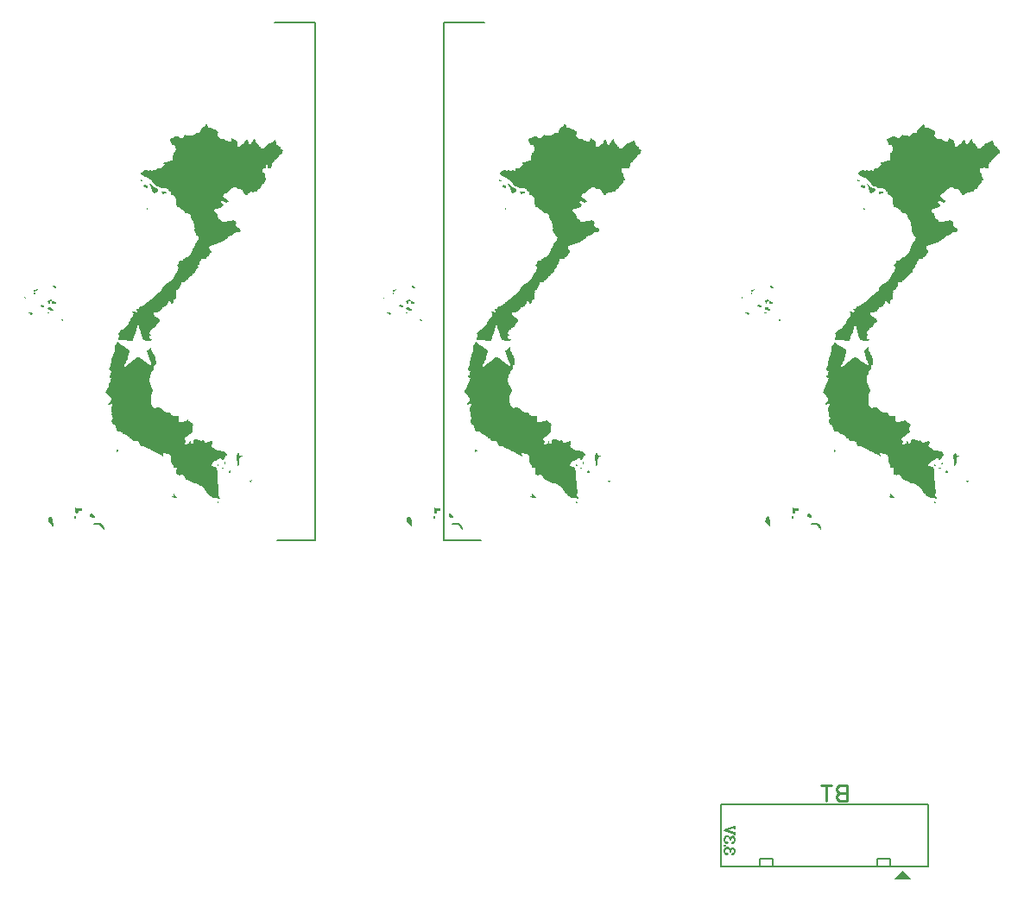
<source format=gbo>
G04*
G04 #@! TF.GenerationSoftware,Altium Limited,Altium Designer,21.3.2 (30)*
G04*
G04 Layer_Color=32896*
%FSTAX24Y24*%
%MOIN*%
G70*
G04*
G04 #@! TF.SameCoordinates,110FFF50-2F86-4F7F-B504-3501B117D145*
G04*
G04*
G04 #@! TF.FilePolarity,Positive*
G04*
G01*
G75*
%ADD10C,0.0100*%
%ADD11C,0.0079*%
%ADD17C,0.0070*%
G36*
X044005Y013155D02*
X043295D01*
X043645Y013505D01*
Y013515D01*
X044005Y013155D01*
D02*
G37*
G36*
X044455Y04231D02*
X044487D01*
X044503Y042294D01*
X044519Y042262D01*
Y042246D01*
Y04223D01*
Y042213D01*
X044551Y042197D01*
X044632D01*
X044648Y042181D01*
X044696Y042165D01*
X04476Y042133D01*
X044776D01*
X044808Y042117D01*
X04484Y042101D01*
X044856Y042085D01*
Y042069D01*
X044872Y042053D01*
X044904D01*
X04492Y042037D01*
Y042021D01*
X044904Y041989D01*
Y041973D01*
X044888Y041941D01*
Y041909D01*
Y041877D01*
Y041861D01*
X04492Y041845D01*
X044952Y041813D01*
X044985Y04178D01*
X045017Y041748D01*
X045033D01*
X045081Y041764D01*
X045097D01*
X045145Y041748D01*
X045161D01*
X045193Y041732D01*
X045225Y0417D01*
X045241D01*
X045273Y041684D01*
X045305Y041668D01*
X045353Y041652D01*
X045386D01*
X045402Y041668D01*
X045418Y0417D01*
Y041716D01*
Y041732D01*
X045434Y041764D01*
Y04178D01*
X045466D01*
X045498Y041764D01*
X045514Y041748D01*
X045562Y041732D01*
X045578D01*
X045594Y041716D01*
X045626Y041684D01*
X045642Y041652D01*
Y041636D01*
Y04162D01*
X045658Y041572D01*
Y041508D01*
Y041476D01*
Y041444D01*
X045722D01*
X045754Y04146D01*
X04577Y041492D01*
X045851Y041556D01*
X045867Y041572D01*
X045931Y041636D01*
Y041652D01*
X045947Y041668D01*
X045963Y0417D01*
X045995Y041716D01*
X046043D01*
X046059Y0417D01*
X046075Y041652D01*
Y041636D01*
X046091Y041604D01*
X046123Y041572D01*
X046155Y04154D01*
X046171Y041556D01*
X046187Y041572D01*
X046203Y04162D01*
X04622Y041636D01*
X046236Y041668D01*
X046252Y041684D01*
X046268Y041732D01*
X046332Y041764D01*
X046348Y041684D01*
X046364Y041668D01*
X04638Y04162D01*
X046396Y041604D01*
X046428Y041588D01*
X046444Y041572D01*
X04646Y041556D01*
Y04154D01*
X046476Y041524D01*
Y041508D01*
X046492Y041492D01*
X046508Y041476D01*
X046524Y04146D01*
X04654Y041444D01*
Y041428D01*
Y041395D01*
X046556D01*
X046572Y041379D01*
X046604D01*
X046669Y041395D01*
X046685Y041412D01*
X046733Y041476D01*
X046749Y041492D01*
X046781Y041508D01*
X046797Y041524D01*
X046813Y041556D01*
X046861Y041588D01*
X046893Y041604D01*
X046973Y041636D01*
X047005Y041652D01*
X047038Y041668D01*
X04707D01*
Y041684D01*
X047086Y0417D01*
X047102Y041716D01*
X047118D01*
X047134Y041684D01*
X04715Y041668D01*
X047166Y041636D01*
Y04162D01*
Y041588D01*
Y041572D01*
X047198Y04154D01*
X047214Y041524D01*
X047246Y041492D01*
X047262Y041476D01*
X04731Y041444D01*
Y041428D01*
X047326Y041395D01*
Y041379D01*
X047342Y041363D01*
X047374D01*
X047406Y041331D01*
Y041315D01*
Y041299D01*
X04739Y041283D01*
Y041267D01*
Y041251D01*
Y041235D01*
Y041219D01*
X047374Y041203D01*
X047342Y041187D01*
X047326Y041171D01*
X047294Y041155D01*
X047246Y041107D01*
X047198Y041043D01*
X047182Y041027D01*
X04715Y040995D01*
X047118Y040962D01*
X047102Y040946D01*
X047086Y040914D01*
X04707Y040898D01*
X047054Y040866D01*
X047038D01*
X047021Y04085D01*
X046989Y040802D01*
X046973Y040786D01*
Y040754D01*
Y040738D01*
X046957Y040706D01*
Y040658D01*
X046941Y040626D01*
X046925D01*
X046893Y04061D01*
X046845D01*
X046829Y040626D01*
X046813Y04069D01*
Y040706D01*
Y040722D01*
Y040754D01*
X046797Y04077D01*
X046781D01*
Y040754D01*
X046765D01*
Y040738D01*
Y040722D01*
Y04069D01*
Y040658D01*
X046749Y040626D01*
X046733D01*
X046701Y040658D01*
X046669D01*
X046653Y040642D01*
Y040626D01*
X046637Y040578D01*
Y040545D01*
Y040513D01*
Y040497D01*
X046669Y040465D01*
X046685Y040449D01*
X046717Y040385D01*
Y040369D01*
Y040321D01*
X046733Y040305D01*
X046749Y040257D01*
Y040241D01*
Y040225D01*
X046765D01*
X046781Y040193D01*
X046765Y040177D01*
X046749Y04016D01*
X046733D01*
Y040144D01*
X046717D01*
Y040128D01*
Y040112D01*
X046701Y04008D01*
X046685Y040064D01*
X046653Y040032D01*
X046604Y039984D01*
X046588Y039968D01*
X046572Y039936D01*
X046556Y03992D01*
X04654Y039888D01*
X046524Y039872D01*
X046508Y03984D01*
X046492D01*
X04646Y039824D01*
X046444D01*
X046428Y039808D01*
X046412D01*
Y039792D01*
Y039776D01*
X046396Y039743D01*
X046348D01*
X046332Y039727D01*
X0463D01*
X046284Y039711D01*
X046268Y039695D01*
X046252D01*
X04622Y039727D01*
X046171D01*
Y039711D01*
Y039695D01*
X046155Y039679D01*
X046123D01*
X046107Y039663D01*
X046091D01*
X046059Y039647D01*
X046043Y039631D01*
X046011Y039599D01*
X045963D01*
X045947Y039615D01*
X045931Y039647D01*
X045915Y039663D01*
X045899Y039679D01*
X045883Y039695D01*
Y039711D01*
Y039727D01*
Y039743D01*
X045867Y03976D01*
X045851Y039792D01*
X045835Y039808D01*
X045819D01*
X045803Y039824D01*
X04569D01*
X045674Y03984D01*
X045626Y039872D01*
X04561Y039888D01*
X045594D01*
X045578Y039904D01*
X04553D01*
X045498Y039888D01*
X04545Y039856D01*
X045434D01*
X045402Y039824D01*
X045353Y039792D01*
X045289Y039727D01*
X045273Y039711D01*
X045225Y039663D01*
X045193D01*
X045177Y039647D01*
X045161D01*
X045129Y039615D01*
X045113Y039599D01*
X045097Y039567D01*
Y039551D01*
X045129Y039519D01*
X045161Y039503D01*
X045193Y039471D01*
X045241Y039423D01*
X045257Y039407D01*
X045289Y039391D01*
Y039375D01*
X045305Y039359D01*
Y039343D01*
X045289D01*
X045273Y039326D01*
X045257Y03931D01*
X045241Y039294D01*
X045225D01*
X045193Y03931D01*
X045177Y039326D01*
X045161D01*
X045145Y039343D01*
X045129Y039359D01*
X045113D01*
X045097Y039375D01*
X045049D01*
X045033Y039359D01*
X045017Y039343D01*
Y039326D01*
Y03931D01*
X045049Y039278D01*
X045081Y039262D01*
X045113Y03923D01*
Y039214D01*
Y039182D01*
X045097D01*
X045081Y03915D01*
X045065D01*
X045033Y039134D01*
X045017Y039118D01*
X044985Y039102D01*
X044968D01*
X044936Y039086D01*
X04492D01*
X044904Y03907D01*
X044856D01*
X04484Y039086D01*
X044808D01*
X044792Y03907D01*
X044776Y039038D01*
X04476Y039022D01*
Y03899D01*
X044776Y038974D01*
X044824Y038909D01*
X044856Y038893D01*
X044888Y038845D01*
Y038829D01*
X044904Y038781D01*
Y038749D01*
X04492Y038717D01*
Y038701D01*
X044936Y038685D01*
X044968Y038669D01*
X044985Y038653D01*
X045033Y038621D01*
Y038605D01*
X045049Y038589D01*
Y038573D01*
X045081Y038557D01*
X045209D01*
X045225Y038573D01*
X045257Y038589D01*
X045273Y038605D01*
X045353D01*
X045386Y038589D01*
X045434D01*
Y038605D01*
X04545D01*
Y038621D01*
X045466D01*
Y038637D01*
X045482D01*
X045498Y038621D01*
X045514D01*
X04553Y038605D01*
X045546D01*
X045562Y038589D01*
X045578D01*
X045594Y038573D01*
X04561Y038541D01*
Y038525D01*
X045594Y038476D01*
Y03846D01*
Y038396D01*
X04561Y03838D01*
X045658Y038348D01*
X04569Y038332D01*
X045738Y038316D01*
X045754Y0383D01*
X04577Y038284D01*
Y038268D01*
X045786Y038236D01*
Y03822D01*
X04577Y038204D01*
X045754Y038188D01*
X045738Y038172D01*
X045642D01*
X045578Y038156D01*
X045562Y03814D01*
X045498Y038091D01*
X045482Y038075D01*
X045466Y038059D01*
X04545D01*
X045434Y038043D01*
X045418D01*
X045369Y038011D01*
X045353D01*
X045337Y037995D01*
X045289Y037979D01*
X045273Y037963D01*
X045257Y037915D01*
X045241D01*
X045225Y037899D01*
X045209D01*
X045193Y037883D01*
X045177D01*
Y037867D01*
X045145Y037851D01*
X045113Y037819D01*
X045049Y037787D01*
X045033D01*
X045001Y037771D01*
X044952Y037755D01*
X044904Y037739D01*
X044888D01*
X044856Y037723D01*
X04484D01*
X044824Y037707D01*
X044808D01*
X044776Y03769D01*
X04476D01*
X044712Y037674D01*
X044696D01*
X04468Y037658D01*
X044616Y037626D01*
X0446D01*
X044584Y03761D01*
X044568Y037594D01*
Y037562D01*
X044584Y03753D01*
Y037514D01*
X0446Y037498D01*
X044616Y037466D01*
X044632Y03745D01*
X044648Y037418D01*
Y037402D01*
X044616Y037354D01*
X0446D01*
X044584Y037322D01*
X044568Y037306D01*
Y037273D01*
X044551D01*
X044535Y037241D01*
X044519Y037225D01*
X044471Y037177D01*
X044455D01*
X044439Y037145D01*
X044407Y037129D01*
X044391Y037113D01*
X044359D01*
X044343Y037129D01*
X044295D01*
X044263Y037113D01*
Y037097D01*
X044247Y037065D01*
X044231Y037049D01*
X044199Y036969D01*
X044183Y036937D01*
X044151Y036905D01*
X044134Y036889D01*
Y036856D01*
X044151Y03684D01*
Y036824D01*
X044134Y036808D01*
X044118Y036792D01*
X044102Y036776D01*
X044086Y036744D01*
X04407Y036728D01*
X044054Y036712D01*
Y036696D01*
Y03668D01*
X044038Y036616D01*
X044022D01*
X04399Y0366D01*
X043974D01*
X043942Y036568D01*
X043926D01*
X04391Y036536D01*
X043878Y036504D01*
X043846Y036455D01*
X04383D01*
X043814Y036439D01*
X043798Y036423D01*
X043766Y036375D01*
X04375D01*
X043733Y036343D01*
X043669Y036295D01*
X043653D01*
X043637Y036263D01*
X043605Y036231D01*
X043557D01*
X043541Y036247D01*
X043509D01*
X043493Y036231D01*
X043477Y036215D01*
Y036199D01*
Y036183D01*
Y036167D01*
Y036151D01*
X043461Y036103D01*
X043429Y036038D01*
X043413Y036022D01*
X043397Y03599D01*
X043365Y035958D01*
X043333Y035942D01*
X043316D01*
X0433Y03591D01*
X043284Y035894D01*
Y035878D01*
Y035862D01*
X0433Y035846D01*
Y03583D01*
Y035814D01*
X043284D01*
Y035798D01*
Y035766D01*
Y03575D01*
Y035702D01*
Y03567D01*
Y035621D01*
X043268Y035605D01*
X043236Y035573D01*
X04322D01*
X043204Y035557D01*
X043188Y035541D01*
Y035509D01*
X043172Y035493D01*
Y035477D01*
Y035461D01*
Y035445D01*
X043156Y035413D01*
X043124Y035397D01*
X043108D01*
X043092Y035413D01*
X043076Y035429D01*
X043044Y035477D01*
Y035493D01*
X043028Y035509D01*
X043012Y035525D01*
X042996D01*
Y035509D01*
X04298Y035493D01*
Y035461D01*
Y035445D01*
X042964Y035429D01*
X042948Y035381D01*
X042916Y035333D01*
X042899Y035317D01*
X042883Y035301D01*
X042835Y035285D01*
X042803Y035269D01*
X042787D01*
X042755Y035253D01*
X042739D01*
Y035237D01*
X042723Y035204D01*
X042707Y035188D01*
Y035172D01*
X042691D01*
X042675Y035156D01*
X042659Y03514D01*
X042643Y035108D01*
X042627D01*
X042579Y035092D01*
X042563Y035076D01*
X042531Y03506D01*
X042482D01*
X042418Y035076D01*
Y035012D01*
Y03498D01*
X04245Y034932D01*
X042466Y034916D01*
X042498Y0349D01*
X042563Y034868D01*
X042579D01*
X042595Y034836D01*
X042627Y03482D01*
X042643Y034803D01*
Y034787D01*
X042659Y034771D01*
Y034755D01*
Y034723D01*
X042643Y034707D01*
X042627Y034691D01*
X042611Y034675D01*
X042595Y034659D01*
X042579D01*
Y034643D01*
Y034627D01*
Y034611D01*
X042547D01*
Y034595D01*
X042531Y034579D01*
X042515Y034547D01*
X042498Y034531D01*
X042482Y034499D01*
X042466D01*
Y034483D01*
X04245D01*
X042418Y034467D01*
X042402D01*
X042386Y034451D01*
X04237Y034419D01*
X042354Y034402D01*
X042322Y034386D01*
X042274Y034338D01*
X042258Y034306D01*
Y034274D01*
Y034258D01*
X042274Y034226D01*
X04229Y03421D01*
X042306Y034178D01*
X042274Y034162D01*
X042258Y034146D01*
Y034114D01*
Y034098D01*
X042274Y03405D01*
X042306Y034034D01*
X042322D01*
X042354Y034018D01*
X04237D01*
X042386Y034002D01*
X042402D01*
X042386Y033985D01*
X042338D01*
X042306Y033969D01*
X042146D01*
X042065Y033985D01*
X042049D01*
X042033Y034002D01*
X042017Y034018D01*
X042001Y03405D01*
Y034066D01*
X041985Y034098D01*
X041953Y034194D01*
Y03421D01*
X041937Y034242D01*
X041905Y034338D01*
Y034354D01*
X041889Y03437D01*
Y034386D01*
Y034402D01*
X041873Y034419D01*
Y034435D01*
X041857Y034451D01*
Y034499D01*
Y034515D01*
X041841Y034531D01*
Y034563D01*
X041825Y034579D01*
X041793D01*
Y034547D01*
X041777Y034515D01*
Y034483D01*
X041761Y034435D01*
X041745Y03437D01*
X041729Y03429D01*
Y034274D01*
X041713Y034258D01*
X04168Y034178D01*
X041648Y034082D01*
X041632Y03405D01*
X041616Y034018D01*
Y034002D01*
X041584Y033969D01*
X041456D01*
X041328Y033985D01*
X041055Y033985D01*
X041039Y034002D01*
Y034018D01*
Y034034D01*
X041055Y03405D01*
X041087Y03413D01*
Y034146D01*
Y034162D01*
X041071Y034226D01*
X041055Y034242D01*
Y034258D01*
X041071Y034274D01*
X041087Y03429D01*
X041103Y034306D01*
X041119Y034322D01*
Y034338D01*
X041135Y034354D01*
Y03437D01*
X041151D01*
X041167Y034386D01*
X041199D01*
X041215Y034402D01*
X041263Y034435D01*
X041328Y034499D01*
X041344Y034515D01*
X041376Y034563D01*
X041424Y034595D01*
X04144Y034627D01*
Y034643D01*
X041456Y034675D01*
X041488Y034723D01*
Y034739D01*
X04152Y034771D01*
X041568Y034852D01*
X041584Y034868D01*
X041632Y034932D01*
Y034948D01*
Y034964D01*
X041648Y035012D01*
Y035028D01*
X041632Y035044D01*
X041616Y03506D01*
Y035076D01*
X0416Y035092D01*
Y035108D01*
X041632D01*
X04168Y035092D01*
X041697D01*
X041745Y035076D01*
X041761D01*
X041777Y035092D01*
X041793D01*
Y035108D01*
X041761Y035156D01*
X041745Y035172D01*
Y035188D01*
Y035204D01*
X041841D01*
Y03522D01*
Y035237D01*
X041857Y035253D01*
X041873Y035269D01*
Y035285D01*
X041937D01*
X042017Y035317D01*
X042033D01*
X042049Y035349D01*
X042098Y035381D01*
X042162Y035429D01*
Y035445D01*
X042194Y035461D01*
X042274Y035541D01*
X04229Y035557D01*
X042306Y035573D01*
X042386Y035621D01*
X042418Y035654D01*
X042498Y035718D01*
X042515Y035734D01*
X042531Y03575D01*
X042627Y03583D01*
X042643Y035846D01*
X042659Y035862D01*
X042723Y035926D01*
Y035942D01*
X042739Y03599D01*
Y036006D01*
X042755Y036022D01*
X042771Y036038D01*
X042787Y036071D01*
X042835Y036103D01*
X042851Y036119D01*
X042899Y036151D01*
X042964Y036199D01*
X043044Y036247D01*
X04306Y036263D01*
X043092Y036295D01*
X043172Y036391D01*
X043188Y036407D01*
X04322Y036455D01*
X043252Y03652D01*
X043316Y036616D01*
X043333Y036632D01*
X043349Y036696D01*
X043365Y036744D01*
X043381Y036792D01*
Y036808D01*
X043365Y036824D01*
X043349Y036856D01*
X043316Y036905D01*
X043365Y036937D01*
X043381Y036953D01*
X043397Y036969D01*
Y036985D01*
Y037017D01*
Y037033D01*
X043413D01*
Y037049D01*
X043493D01*
X043509Y037065D01*
X043541Y037097D01*
X043557Y037113D01*
X043589Y037129D01*
X043605Y037145D01*
X043653Y037177D01*
X043669Y037193D01*
X043717Y037209D01*
X043782Y037257D01*
X043846Y037322D01*
X043862Y037338D01*
X043894Y037386D01*
X043926Y037466D01*
X043958Y037546D01*
Y037562D01*
X043974Y037594D01*
X044006Y037674D01*
Y03769D01*
X044022Y037707D01*
X044086Y037787D01*
X044102Y037803D01*
X044134Y037851D01*
Y037867D01*
X044151Y037883D01*
X044167Y037947D01*
Y037963D01*
X044151Y037979D01*
X044134Y037995D01*
X044118Y038011D01*
X044102Y038027D01*
X044086Y038043D01*
X04407Y038059D01*
Y038091D01*
Y038107D01*
X044054Y038124D01*
X044038Y03814D01*
X044022Y038172D01*
X044006Y038188D01*
X04399Y03822D01*
Y038236D01*
Y038284D01*
Y0383D01*
X044006Y038316D01*
Y038332D01*
X04399Y038348D01*
Y038364D01*
Y03838D01*
X043974Y038396D01*
Y038444D01*
Y03846D01*
Y038476D01*
X043958Y038557D01*
Y038573D01*
X043942Y038589D01*
X043894Y038669D01*
X043878Y038685D01*
X043862Y038717D01*
X043846Y038733D01*
Y038781D01*
Y038797D01*
Y038813D01*
X043814Y038845D01*
X043798Y038861D01*
X043733Y038877D01*
X043717D01*
X043669Y038893D01*
X043637Y038925D01*
X043621Y038958D01*
X043573Y039006D01*
X043557Y039022D01*
X043525Y039038D01*
X043477Y03907D01*
X043461Y039086D01*
X043445Y039102D01*
X043397Y039118D01*
X043365D01*
X043333Y039134D01*
X043316Y039166D01*
Y039182D01*
X0433Y039198D01*
X043284Y039262D01*
Y039326D01*
Y039343D01*
Y039391D01*
Y039455D01*
X043268Y039487D01*
Y039503D01*
X043252Y039519D01*
X04322Y039551D01*
X043156Y039583D01*
X04314D01*
X043124Y039599D01*
X043092Y039631D01*
X043076Y039647D01*
Y039679D01*
Y039695D01*
Y039711D01*
X04306Y039727D01*
X043028D01*
X043012Y039743D01*
Y03976D01*
Y039776D01*
X042996Y039792D01*
X04298Y039824D01*
X042964Y03984D01*
X042932D01*
X042916Y039856D01*
X042739D01*
X042723Y039872D01*
X042707D01*
X042675Y039888D01*
X042659Y039904D01*
X042611Y03992D01*
X042595D01*
X042563Y039936D01*
X042531D01*
X042515Y039952D01*
X042498Y039968D01*
X04245Y040016D01*
X042434Y040032D01*
X042402Y04008D01*
X042354Y040128D01*
X042306Y040177D01*
X04229Y040193D01*
X042258Y040225D01*
X042194Y040257D01*
X042114Y040305D01*
X042098D01*
X042065Y040321D01*
X041985Y040369D01*
X041969Y040385D01*
X041953Y040401D01*
X041937Y040417D01*
X041921D01*
Y040433D01*
X041937Y040449D01*
Y040465D01*
X041953D01*
X041985Y040481D01*
X042001Y040497D01*
X042017Y040513D01*
X042033Y040529D01*
X042065Y040545D01*
X042162D01*
X04221Y040529D01*
X042226D01*
X042242Y040545D01*
X042306D01*
X042322Y040529D01*
X042338D01*
X042386Y040513D01*
X042402Y040545D01*
Y040561D01*
X04245D01*
X042482Y040545D01*
X042515Y040513D01*
X042531Y040561D01*
Y040578D01*
Y040594D01*
X042563Y040626D01*
X042579Y040642D01*
X042675D01*
X042723Y040658D01*
X042739D01*
X042755Y04069D01*
X042819Y040754D01*
X042835Y04077D01*
X042851D01*
Y040786D01*
X042819D01*
X042803Y040802D01*
Y040818D01*
X042819Y040834D01*
Y04085D01*
X042932D01*
X042948Y040866D01*
Y040882D01*
X04298D01*
X043012Y040898D01*
X043044Y040914D01*
X043108D01*
X043156Y040898D01*
Y041043D01*
Y041059D01*
Y041091D01*
X043172Y041171D01*
Y041187D01*
Y041203D01*
Y041219D01*
X043188Y041235D01*
X043204D01*
X043252Y041267D01*
Y041283D01*
X043268Y041299D01*
X043284Y041347D01*
Y041363D01*
Y041395D01*
X043268Y041412D01*
Y04146D01*
X043252Y041476D01*
Y041508D01*
X043236Y041524D01*
X043156D01*
X043124Y04154D01*
X043108Y041556D01*
Y041588D01*
X043092Y04162D01*
Y041636D01*
X043076Y041668D01*
X04306Y041684D01*
X043044Y041716D01*
Y041732D01*
Y041748D01*
Y041764D01*
X04306D01*
X043092Y04178D01*
X043108D01*
X043156Y041796D01*
X043172Y041813D01*
X043204Y041829D01*
X04322D01*
X043236Y041845D01*
X0433Y041861D01*
X043316D01*
X043333Y041845D01*
X043381D01*
X043413Y041829D01*
X043429Y041813D01*
X043461Y041796D01*
X043525D01*
X043541Y041813D01*
X043589Y041861D01*
X043637Y041925D01*
X043701Y041909D01*
X043717D01*
X043766Y041893D01*
X04383D01*
X043846Y041877D01*
X04391Y041861D01*
X043926Y041877D01*
X04399Y041925D01*
Y041941D01*
X044006Y041957D01*
X044054Y041989D01*
X04407Y042005D01*
X044167D01*
X044199Y042021D01*
Y042037D01*
X044215Y042069D01*
Y042085D01*
X044247Y042117D01*
X044263Y042149D01*
X044279Y042165D01*
X044327Y042213D01*
X044343Y04223D01*
X044407Y042278D01*
Y042294D01*
X044423Y04231D01*
X044439Y042326D01*
X044455Y04231D01*
D02*
G37*
G36*
X030614Y04231D02*
X030646D01*
X030662Y042294D01*
X030678Y042262D01*
Y042246D01*
Y04223D01*
Y042213D01*
X03071Y042197D01*
X03079D01*
X030806Y042181D01*
X030854Y042165D01*
X030918Y042133D01*
X030934D01*
X030966Y042117D01*
X030999Y042101D01*
X031015Y042085D01*
Y042069D01*
X031031Y042053D01*
X031063D01*
X031079Y042037D01*
Y042021D01*
X031063Y041989D01*
Y041973D01*
X031047Y041941D01*
Y041909D01*
Y041877D01*
Y041861D01*
X031079Y041845D01*
X031111Y041813D01*
X031143Y04178D01*
X031175Y041748D01*
X031191D01*
X031239Y041764D01*
X031255D01*
X031303Y041748D01*
X031319D01*
X031351Y041732D01*
X031383Y0417D01*
X0314D01*
X031432Y041684D01*
X031464Y041668D01*
X031512Y041652D01*
X031544D01*
X03156Y041668D01*
X031576Y0417D01*
Y041716D01*
Y041732D01*
X031592Y041764D01*
Y04178D01*
X031624D01*
X031656Y041764D01*
X031672Y041748D01*
X03172Y041732D01*
X031736D01*
X031752Y041716D01*
X031784Y041684D01*
X0318Y041652D01*
Y041636D01*
Y04162D01*
X031817Y041572D01*
Y041508D01*
Y041476D01*
Y041444D01*
X031881D01*
X031913Y04146D01*
X031929Y041492D01*
X032009Y041556D01*
X032025Y041572D01*
X032089Y041636D01*
Y041652D01*
X032105Y041668D01*
X032121Y0417D01*
X032153Y041716D01*
X032201D01*
X032217Y0417D01*
X032234Y041652D01*
Y041636D01*
X03225Y041604D01*
X032282Y041572D01*
X032314Y04154D01*
X03233Y041556D01*
X032346Y041572D01*
X032362Y04162D01*
X032378Y041636D01*
X032394Y041668D01*
X03241Y041684D01*
X032426Y041732D01*
X03249Y041764D01*
X032506Y041684D01*
X032522Y041668D01*
X032538Y04162D01*
X032554Y041604D01*
X032586Y041588D01*
X032602Y041572D01*
X032618Y041556D01*
Y04154D01*
X032634Y041524D01*
Y041508D01*
X032651Y041492D01*
X032667Y041476D01*
X032683Y04146D01*
X032699Y041444D01*
Y041428D01*
Y041395D01*
X032715D01*
X032731Y041379D01*
X032763D01*
X032827Y041395D01*
X032843Y041412D01*
X032891Y041476D01*
X032907Y041492D01*
X032939Y041508D01*
X032955Y041524D01*
X032971Y041556D01*
X033019Y041588D01*
X033052Y041604D01*
X033132Y041636D01*
X033164Y041652D01*
X033196Y041668D01*
X033228D01*
Y041684D01*
X033244Y0417D01*
X03326Y041716D01*
X033276D01*
X033292Y041684D01*
X033308Y041668D01*
X033324Y041636D01*
Y04162D01*
Y041588D01*
Y041572D01*
X033356Y04154D01*
X033372Y041524D01*
X033404Y041492D01*
X03342Y041476D01*
X033469Y041444D01*
Y041428D01*
X033485Y041395D01*
Y041379D01*
X033501Y041363D01*
X033533D01*
X033565Y041331D01*
Y041315D01*
Y041299D01*
X033549Y041283D01*
Y041267D01*
Y041251D01*
Y041235D01*
Y041219D01*
X033533Y041203D01*
X033501Y041187D01*
X033485Y041171D01*
X033452Y041155D01*
X033404Y041107D01*
X033356Y041043D01*
X03334Y041027D01*
X033308Y040995D01*
X033276Y040962D01*
X03326Y040946D01*
X033244Y040914D01*
X033228Y040898D01*
X033212Y040866D01*
X033196D01*
X03318Y04085D01*
X033148Y040802D01*
X033132Y040786D01*
Y040754D01*
Y040738D01*
X033116Y040706D01*
Y040658D01*
X0331Y040626D01*
X033084D01*
X033052Y04061D01*
X033003D01*
X032987Y040626D01*
X032971Y04069D01*
Y040706D01*
Y040722D01*
Y040754D01*
X032955Y04077D01*
X032939D01*
Y040754D01*
X032923D01*
Y040738D01*
Y040722D01*
Y04069D01*
Y040658D01*
X032907Y040626D01*
X032891D01*
X032859Y040658D01*
X032827D01*
X032811Y040642D01*
Y040626D01*
X032795Y040578D01*
Y040545D01*
Y040513D01*
Y040497D01*
X032827Y040465D01*
X032843Y040449D01*
X032875Y040385D01*
Y040369D01*
Y040321D01*
X032891Y040305D01*
X032907Y040257D01*
Y040241D01*
Y040225D01*
X032923D01*
X032939Y040193D01*
X032923Y040177D01*
X032907Y04016D01*
X032891D01*
Y040144D01*
X032875D01*
Y040128D01*
Y040112D01*
X032859Y04008D01*
X032843Y040064D01*
X032811Y040032D01*
X032763Y039984D01*
X032747Y039968D01*
X032731Y039936D01*
X032715Y03992D01*
X032699Y039888D01*
X032683Y039872D01*
X032667Y03984D01*
X032651D01*
X032618Y039824D01*
X032602D01*
X032586Y039808D01*
X03257D01*
Y039792D01*
Y039776D01*
X032554Y039743D01*
X032506D01*
X03249Y039727D01*
X032458D01*
X032442Y039711D01*
X032426Y039695D01*
X03241D01*
X032378Y039727D01*
X03233D01*
Y039711D01*
Y039695D01*
X032314Y039679D01*
X032282D01*
X032266Y039663D01*
X03225D01*
X032217Y039647D01*
X032201Y039631D01*
X032169Y039599D01*
X032121D01*
X032105Y039615D01*
X032089Y039647D01*
X032073Y039663D01*
X032057Y039679D01*
X032041Y039695D01*
Y039711D01*
Y039727D01*
Y039743D01*
X032025Y03976D01*
X032009Y039792D01*
X031993Y039808D01*
X031977D01*
X031961Y039824D01*
X031849D01*
X031833Y03984D01*
X031784Y039872D01*
X031768Y039888D01*
X031752D01*
X031736Y039904D01*
X031688D01*
X031656Y039888D01*
X031608Y039856D01*
X031592D01*
X03156Y039824D01*
X031512Y039792D01*
X031448Y039727D01*
X031432Y039711D01*
X031383Y039663D01*
X031351D01*
X031335Y039647D01*
X031319D01*
X031287Y039615D01*
X031271Y039599D01*
X031255Y039567D01*
Y039551D01*
X031287Y039519D01*
X031319Y039503D01*
X031351Y039471D01*
X0314Y039423D01*
X031416Y039407D01*
X031448Y039391D01*
Y039375D01*
X031464Y039359D01*
Y039342D01*
X031448D01*
X031432Y039326D01*
X031416Y03931D01*
X0314Y039294D01*
X031383D01*
X031351Y03931D01*
X031335Y039326D01*
X031319D01*
X031303Y039342D01*
X031287Y039359D01*
X031271D01*
X031255Y039375D01*
X031207D01*
X031191Y039359D01*
X031175Y039342D01*
Y039326D01*
Y03931D01*
X031207Y039278D01*
X031239Y039262D01*
X031271Y03923D01*
Y039214D01*
Y039182D01*
X031255D01*
X031239Y03915D01*
X031223D01*
X031191Y039134D01*
X031175Y039118D01*
X031143Y039102D01*
X031127D01*
X031095Y039086D01*
X031079D01*
X031063Y03907D01*
X031015D01*
X030999Y039086D01*
X030966D01*
X03095Y03907D01*
X030934Y039038D01*
X030918Y039022D01*
Y03899D01*
X030934Y038974D01*
X030982Y038909D01*
X031015Y038893D01*
X031047Y038845D01*
Y038829D01*
X031063Y038781D01*
Y038749D01*
X031079Y038717D01*
Y038701D01*
X031095Y038685D01*
X031127Y038669D01*
X031143Y038653D01*
X031191Y038621D01*
Y038605D01*
X031207Y038589D01*
Y038573D01*
X031239Y038557D01*
X031367D01*
X031383Y038573D01*
X031416Y038589D01*
X031432Y038605D01*
X031512D01*
X031544Y038589D01*
X031592D01*
Y038605D01*
X031608D01*
Y038621D01*
X031624D01*
Y038637D01*
X03164D01*
X031656Y038621D01*
X031672D01*
X031688Y038605D01*
X031704D01*
X03172Y038589D01*
X031736D01*
X031752Y038573D01*
X031768Y038541D01*
Y038525D01*
X031752Y038476D01*
Y03846D01*
Y038396D01*
X031768Y03838D01*
X031817Y038348D01*
X031849Y038332D01*
X031897Y038316D01*
X031913Y0383D01*
X031929Y038284D01*
Y038268D01*
X031945Y038236D01*
Y03822D01*
X031929Y038204D01*
X031913Y038188D01*
X031897Y038172D01*
X0318D01*
X031736Y038156D01*
X03172Y03814D01*
X031656Y038091D01*
X03164Y038075D01*
X031624Y038059D01*
X031608D01*
X031592Y038043D01*
X031576D01*
X031528Y038011D01*
X031512D01*
X031496Y037995D01*
X031448Y037979D01*
X031432Y037963D01*
X031416Y037915D01*
X0314D01*
X031383Y037899D01*
X031367D01*
X031351Y037883D01*
X031335D01*
Y037867D01*
X031303Y037851D01*
X031271Y037819D01*
X031207Y037787D01*
X031191D01*
X031159Y037771D01*
X031111Y037755D01*
X031063Y037739D01*
X031047D01*
X031015Y037723D01*
X030999D01*
X030982Y037707D01*
X030966D01*
X030934Y03769D01*
X030918D01*
X03087Y037674D01*
X030854D01*
X030838Y037658D01*
X030774Y037626D01*
X030758D01*
X030742Y03761D01*
X030726Y037594D01*
Y037562D01*
X030742Y03753D01*
Y037514D01*
X030758Y037498D01*
X030774Y037466D01*
X03079Y03745D01*
X030806Y037418D01*
Y037402D01*
X030774Y037354D01*
X030758D01*
X030742Y037322D01*
X030726Y037306D01*
Y037273D01*
X03071D01*
X030694Y037241D01*
X030678Y037225D01*
X03063Y037177D01*
X030614D01*
X030598Y037145D01*
X030565Y037129D01*
X030549Y037113D01*
X030517D01*
X030501Y037129D01*
X030453D01*
X030421Y037113D01*
Y037097D01*
X030405Y037065D01*
X030389Y037049D01*
X030357Y036969D01*
X030341Y036937D01*
X030309Y036905D01*
X030293Y036889D01*
Y036856D01*
X030309Y03684D01*
Y036824D01*
X030293Y036808D01*
X030277Y036792D01*
X030261Y036776D01*
X030245Y036744D01*
X030229Y036728D01*
X030213Y036712D01*
Y036696D01*
Y03668D01*
X030197Y036616D01*
X030181D01*
X030148Y0366D01*
X030132D01*
X0301Y036568D01*
X030084D01*
X030068Y036536D01*
X030036Y036504D01*
X030004Y036455D01*
X029988D01*
X029972Y036439D01*
X029956Y036423D01*
X029924Y036375D01*
X029908D01*
X029892Y036343D01*
X029828Y036295D01*
X029812D01*
X029796Y036263D01*
X029764Y036231D01*
X029715D01*
X029699Y036247D01*
X029667Y036247D01*
X029651Y036231D01*
X029635Y036215D01*
Y036199D01*
Y036183D01*
Y036167D01*
Y036151D01*
X029619Y036103D01*
X029587Y036038D01*
X029571Y036022D01*
X029555Y03599D01*
X029523Y035958D01*
X029491Y035942D01*
X029475D01*
X029459Y03591D01*
X029443Y035894D01*
Y035878D01*
Y035862D01*
X029459Y035846D01*
Y03583D01*
Y035814D01*
X029443D01*
Y035798D01*
Y035766D01*
Y03575D01*
Y035702D01*
Y03567D01*
Y035621D01*
X029427Y035605D01*
X029395Y035573D01*
X029379D01*
X029363Y035557D01*
X029347Y035541D01*
Y035509D01*
X02933Y035493D01*
Y035477D01*
Y035461D01*
Y035445D01*
X029314Y035413D01*
X029282Y035397D01*
X029266D01*
X02925Y035413D01*
X029234Y035429D01*
X029202Y035477D01*
Y035493D01*
X029186Y035509D01*
X02917Y035525D01*
X029154D01*
Y035509D01*
X029138Y035493D01*
Y035461D01*
Y035445D01*
X029122Y035429D01*
X029106Y035381D01*
X029074Y035333D01*
X029058Y035317D01*
X029042Y035301D01*
X028994Y035285D01*
X028962Y035269D01*
X028946D01*
X028913Y035253D01*
X028897D01*
Y035237D01*
X028881Y035204D01*
X028865Y035188D01*
Y035172D01*
X028849D01*
X028833Y035156D01*
X028817Y03514D01*
X028801Y035108D01*
X028785D01*
X028737Y035092D01*
X028721Y035076D01*
X028689Y03506D01*
X028641D01*
X028577Y035076D01*
Y035012D01*
Y03498D01*
X028609Y034932D01*
X028625Y034916D01*
X028657Y0349D01*
X028721Y034868D01*
X028737D01*
X028753Y034836D01*
X028785Y03482D01*
X028801Y034803D01*
Y034787D01*
X028817Y034771D01*
Y034755D01*
Y034723D01*
X028801Y034707D01*
X028785Y034691D01*
X028769Y034675D01*
X028753Y034659D01*
X028737D01*
Y034643D01*
Y034627D01*
Y034611D01*
X028705D01*
Y034595D01*
X028689Y034579D01*
X028673Y034547D01*
X028657Y034531D01*
X028641Y034499D01*
X028625D01*
Y034483D01*
X028609D01*
X028577Y034467D01*
X028561D01*
X028545Y034451D01*
X028529Y034419D01*
X028512Y034402D01*
X02848Y034386D01*
X028432Y034338D01*
X028416Y034306D01*
Y034274D01*
Y034258D01*
X028432Y034226D01*
X028448Y03421D01*
X028464Y034178D01*
X028432Y034162D01*
X028416Y034146D01*
Y034114D01*
Y034098D01*
X028432Y03405D01*
X028464Y034034D01*
X02848D01*
X028512Y034018D01*
X028529D01*
X028545Y034002D01*
X028561D01*
X028545Y033985D01*
X028496D01*
X028464Y033969D01*
X028304D01*
X028224Y033985D01*
X028208D01*
X028192Y034002D01*
X028176Y034018D01*
X02816Y03405D01*
Y034066D01*
X028144Y034098D01*
X028112Y034194D01*
Y03421D01*
X028095Y034242D01*
X028063Y034338D01*
Y034354D01*
X028047Y03437D01*
Y034386D01*
Y034402D01*
X028031Y034419D01*
Y034435D01*
X028015Y034451D01*
Y034499D01*
Y034515D01*
X027999Y034531D01*
Y034563D01*
X027983Y034579D01*
X027951D01*
Y034547D01*
X027935Y034515D01*
Y034483D01*
X027919Y034435D01*
X027903Y03437D01*
X027887Y03429D01*
Y034274D01*
X027871Y034258D01*
X027839Y034178D01*
X027807Y034082D01*
X027791Y03405D01*
X027775Y034018D01*
Y034002D01*
X027743Y033969D01*
X027614D01*
X027486Y033985D01*
X027213D01*
X027197Y034002D01*
Y034018D01*
Y034034D01*
X027213Y03405D01*
X027245Y03413D01*
Y034146D01*
Y034162D01*
X027229Y034226D01*
X027213Y034242D01*
Y034258D01*
X027229Y034274D01*
X027245Y03429D01*
X027261Y034306D01*
X027277Y034322D01*
Y034338D01*
X027294Y034354D01*
Y03437D01*
X02731D01*
X027326Y034386D01*
X027358D01*
X027374Y034402D01*
X027422Y034435D01*
X027486Y034499D01*
X027502Y034515D01*
X027534Y034563D01*
X027582Y034595D01*
X027598Y034627D01*
Y034643D01*
X027614Y034675D01*
X027646Y034723D01*
Y034739D01*
X027678Y034771D01*
X027727Y034852D01*
X027743Y034868D01*
X027791Y034932D01*
Y034948D01*
Y034964D01*
X027807Y035012D01*
Y035028D01*
X027791Y035044D01*
X027775Y03506D01*
Y035076D01*
X027759Y035092D01*
Y035108D01*
X027791D01*
X027839Y035092D01*
X027855D01*
X027903Y035076D01*
X027919D01*
X027935Y035092D01*
X027951D01*
Y035108D01*
X027919Y035156D01*
X027903Y035172D01*
Y035188D01*
Y035204D01*
X027999D01*
Y03522D01*
Y035237D01*
X028015Y035253D01*
X028031Y035269D01*
Y035285D01*
X028095D01*
X028176Y035317D01*
X028192D01*
X028208Y035349D01*
X028256Y035381D01*
X02832Y035429D01*
Y035445D01*
X028352Y035461D01*
X028432Y035541D01*
X028448Y035557D01*
X028464Y035573D01*
X028545Y035621D01*
X028577Y035654D01*
X028657Y035718D01*
X028673Y035734D01*
X028689Y03575D01*
X028785Y03583D01*
X028801Y035846D01*
X028817Y035862D01*
X028881Y035926D01*
Y035942D01*
X028897Y03599D01*
Y036006D01*
X028913Y036022D01*
X028929Y036038D01*
X028946Y036071D01*
X028994Y036103D01*
X02901Y036119D01*
X029058Y036151D01*
X029122Y036199D01*
X029202Y036247D01*
X029218Y036263D01*
X02925Y036295D01*
X02933Y036391D01*
X029347Y036407D01*
X029379Y036455D01*
X029411Y03652D01*
X029475Y036616D01*
X029491Y036632D01*
X029507Y036696D01*
X029523Y036744D01*
X029539Y036792D01*
Y036808D01*
X029523Y036824D01*
X029507Y036856D01*
X029475Y036905D01*
X029523Y036937D01*
X029539Y036953D01*
X029555Y036969D01*
Y036985D01*
Y037017D01*
Y037033D01*
X029571D01*
Y037049D01*
X029651D01*
X029667Y037065D01*
X029699Y037097D01*
X029715Y037113D01*
X029747Y037129D01*
X029764Y037145D01*
X029812Y037177D01*
X029828Y037193D01*
X029876Y037209D01*
X02994Y037257D01*
X030004Y037322D01*
X03002Y037338D01*
X030052Y037386D01*
X030084Y037466D01*
X030116Y037546D01*
Y037562D01*
X030132Y037594D01*
X030164Y037674D01*
Y03769D01*
X030181Y037707D01*
X030245Y037787D01*
X030261Y037803D01*
X030293Y037851D01*
Y037867D01*
X030309Y037883D01*
X030325Y037947D01*
Y037963D01*
X030309Y037979D01*
X030293Y037995D01*
X030277Y038011D01*
X030261Y038027D01*
X030245Y038043D01*
X030229Y038059D01*
Y038091D01*
Y038107D01*
X030213Y038124D01*
X030197Y03814D01*
X030181Y038172D01*
X030164Y038188D01*
X030148Y03822D01*
Y038236D01*
Y038284D01*
Y0383D01*
X030164Y038316D01*
Y038332D01*
X030148Y038348D01*
Y038364D01*
Y03838D01*
X030132Y038396D01*
Y038444D01*
Y03846D01*
Y038476D01*
X030116Y038557D01*
Y038573D01*
X0301Y038589D01*
X030052Y038669D01*
X030036Y038685D01*
X03002Y038717D01*
X030004Y038733D01*
Y038781D01*
Y038797D01*
Y038813D01*
X029972Y038845D01*
X029956Y038861D01*
X029892Y038877D01*
X029876D01*
X029828Y038893D01*
X029796Y038925D01*
X02978Y038958D01*
X029731Y039006D01*
X029715Y039022D01*
X029683Y039038D01*
X029635Y03907D01*
X029619Y039086D01*
X029603Y039102D01*
X029555Y039118D01*
X029523D01*
X029491Y039134D01*
X029475Y039166D01*
Y039182D01*
X029459Y039198D01*
X029443Y039262D01*
Y039326D01*
Y039342D01*
Y039391D01*
Y039455D01*
X029427Y039487D01*
Y039503D01*
X029411Y039519D01*
X029379Y039551D01*
X029314Y039583D01*
X029298D01*
X029282Y039599D01*
X02925Y039631D01*
X029234Y039647D01*
Y039679D01*
Y039695D01*
Y039711D01*
X029218Y039727D01*
X029186D01*
X02917Y039743D01*
Y03976D01*
Y039776D01*
X029154Y039792D01*
X029138Y039824D01*
X029122Y03984D01*
X02909D01*
X029074Y039856D01*
X028897D01*
X028881Y039872D01*
X028865D01*
X028833Y039888D01*
X028817Y039904D01*
X028769Y03992D01*
X028753D01*
X028721Y039936D01*
X028689D01*
X028673Y039952D01*
X028657Y039968D01*
X028609Y040016D01*
X028593Y040032D01*
X028561Y04008D01*
X028512Y040128D01*
X028464Y040177D01*
X028448Y040193D01*
X028416Y040225D01*
X028352Y040257D01*
X028272Y040305D01*
X028256D01*
X028224Y040321D01*
X028144Y040369D01*
X028128Y040385D01*
X028112Y040401D01*
X028095Y040417D01*
X028079D01*
Y040433D01*
X028095Y040449D01*
Y040465D01*
X028112D01*
X028144Y040481D01*
X02816Y040497D01*
X028176Y040513D01*
X028192Y040529D01*
X028224Y040545D01*
X02832D01*
X028368Y040529D01*
X028384D01*
X0284Y040545D01*
X028464D01*
X02848Y040529D01*
X028496D01*
X028545Y040513D01*
X028561Y040545D01*
Y040561D01*
X028609D01*
X028641Y040545D01*
X028673Y040513D01*
X028689Y040561D01*
Y040578D01*
Y040594D01*
X028721Y040626D01*
X028737Y040642D01*
X028833D01*
X028881Y040658D01*
X028897D01*
X028913Y04069D01*
X028978Y040754D01*
X028994Y04077D01*
X02901D01*
Y040786D01*
X028978D01*
X028962Y040802D01*
Y040818D01*
X028978Y040834D01*
Y04085D01*
X02909D01*
X029106Y040866D01*
Y040882D01*
X029138D01*
X02917Y040898D01*
X029202Y040914D01*
X029266D01*
X029314Y040898D01*
Y041043D01*
Y041059D01*
Y041091D01*
X02933Y041171D01*
Y041187D01*
Y041203D01*
Y041219D01*
X029347Y041235D01*
X029363D01*
X029411Y041267D01*
Y041283D01*
X029427Y041299D01*
X029443Y041347D01*
Y041363D01*
Y041395D01*
X029427Y041412D01*
Y04146D01*
X029411Y041476D01*
Y041508D01*
X029395Y041524D01*
X029314D01*
X029282Y04154D01*
X029266Y041556D01*
Y041588D01*
X02925Y04162D01*
Y041636D01*
X029234Y041668D01*
X029218Y041684D01*
X029202Y041716D01*
Y041732D01*
Y041748D01*
Y041764D01*
X029218D01*
X02925Y04178D01*
X029266D01*
X029314Y041796D01*
X02933Y041813D01*
X029363Y041829D01*
X029379D01*
X029395Y041845D01*
X029459Y041861D01*
X029475D01*
X029491Y041845D01*
X029539D01*
X029571Y041829D01*
X029587Y041813D01*
X029619Y041796D01*
X029683Y041796D01*
X029699Y041813D01*
X029747Y041861D01*
X029796Y041925D01*
X02986Y041909D01*
X029876D01*
X029924Y041893D01*
X029988D01*
X030004Y041877D01*
X030068Y041861D01*
X030084Y041877D01*
X030148Y041925D01*
Y041941D01*
X030164Y041957D01*
X030213Y041989D01*
X030229Y042005D01*
X030325D01*
X030357Y042021D01*
Y042037D01*
X030373Y042069D01*
Y042085D01*
X030405Y042117D01*
X030421Y042149D01*
X030437Y042165D01*
X030485Y042213D01*
X030501Y04223D01*
X030565Y042278D01*
Y042294D01*
X030582Y04231D01*
X030598Y042326D01*
X030614Y04231D01*
D02*
G37*
G36*
X016772Y04231D02*
X016804D01*
X01682Y042294D01*
X016836Y042262D01*
Y042246D01*
Y04223D01*
Y042213D01*
X016868Y042197D01*
X016948D01*
X016964Y042181D01*
X017013Y042165D01*
X017077Y042133D01*
X017093D01*
X017125Y042117D01*
X017157Y042101D01*
X017173Y042085D01*
Y042069D01*
X017189Y042053D01*
X017221D01*
X017237Y042037D01*
Y042021D01*
X017221Y041989D01*
Y041973D01*
X017205Y041941D01*
Y041909D01*
Y041877D01*
Y041861D01*
X017237Y041845D01*
X017269Y041813D01*
X017301Y04178D01*
X017333Y041748D01*
X017349D01*
X017397Y041764D01*
X017413D01*
X017462Y041748D01*
X017478D01*
X01751Y041732D01*
X017542Y0417D01*
X017558D01*
X01759Y041684D01*
X017622Y041668D01*
X01767Y041652D01*
X017702D01*
X017718Y041668D01*
X017734Y0417D01*
Y041716D01*
Y041732D01*
X01775Y041764D01*
Y04178D01*
X017782D01*
X017814Y041764D01*
X01783Y041748D01*
X017879Y041732D01*
X017895D01*
X017911Y041716D01*
X017943Y041684D01*
X017959Y041652D01*
Y041636D01*
Y04162D01*
X017975Y041572D01*
Y041508D01*
Y041476D01*
Y041444D01*
X018039D01*
X018071Y04146D01*
X018087Y041492D01*
X018167Y041556D01*
X018183Y041572D01*
X018248Y041636D01*
Y041652D01*
X018264Y041668D01*
X01828Y0417D01*
X018312Y041716D01*
X01836D01*
X018376Y0417D01*
X018392Y041652D01*
Y041636D01*
X018408Y041604D01*
X01844Y041572D01*
X018472Y04154D01*
X018488Y041556D01*
X018504Y041572D01*
X01852Y04162D01*
X018536Y041636D01*
X018552Y041668D01*
X018568Y041684D01*
X018584Y041732D01*
X018648Y041764D01*
X018665Y041684D01*
X018681Y041668D01*
X018697Y04162D01*
X018713Y041604D01*
X018745Y041588D01*
X018761Y041572D01*
X018777Y041556D01*
Y04154D01*
X018793Y041524D01*
Y041508D01*
X018809Y041492D01*
X018825Y041476D01*
X018841Y04146D01*
X018857Y041444D01*
Y041428D01*
Y041395D01*
X018873D01*
X018889Y041379D01*
X018921D01*
X018985Y041395D01*
X019001Y041412D01*
X019049Y041476D01*
X019066Y041492D01*
X019098Y041508D01*
X019114Y041524D01*
X01913Y041556D01*
X019178Y041588D01*
X01921Y041604D01*
X01929Y041636D01*
X019322Y041652D01*
X019354Y041668D01*
X019386D01*
Y041684D01*
X019402Y0417D01*
X019418Y041716D01*
X019434D01*
X01945Y041684D01*
X019466Y041668D01*
X019483Y041636D01*
Y04162D01*
Y041588D01*
Y041572D01*
X019515Y04154D01*
X019531Y041524D01*
X019563Y041492D01*
X019579Y041476D01*
X019627Y041444D01*
Y041428D01*
X019643Y041395D01*
Y041379D01*
X019659Y041363D01*
X019691D01*
X019723Y041331D01*
Y041315D01*
Y041299D01*
X019707Y041283D01*
Y041267D01*
Y041251D01*
Y041235D01*
Y041219D01*
X019691Y041203D01*
X019659Y041187D01*
X019643Y041171D01*
X019611Y041155D01*
X019563Y041107D01*
X019515Y041043D01*
X019499Y041027D01*
X019466Y040995D01*
X019434Y040962D01*
X019418Y040946D01*
X019402Y040914D01*
X019386Y040898D01*
X01937Y040866D01*
X019354D01*
X019338Y04085D01*
X019306Y040802D01*
X01929Y040786D01*
Y040754D01*
Y040738D01*
X019274Y040706D01*
Y040658D01*
X019258Y040626D01*
X019242D01*
X01921Y04061D01*
X019162D01*
X019146Y040626D01*
X01913Y04069D01*
Y040706D01*
Y040722D01*
Y040754D01*
X019114Y04077D01*
X019098D01*
Y040754D01*
X019082D01*
Y040738D01*
Y040722D01*
Y04069D01*
Y040658D01*
X019066Y040626D01*
X019049D01*
X019017Y040658D01*
X018985D01*
X018969Y040642D01*
Y040626D01*
X018953Y040578D01*
Y040545D01*
Y040513D01*
Y040497D01*
X018985Y040465D01*
X019001Y040449D01*
X019033Y040385D01*
Y040369D01*
Y040321D01*
X019049Y040305D01*
X019066Y040257D01*
Y040241D01*
Y040225D01*
X019082D01*
X019098Y040193D01*
X019082Y040177D01*
X019066Y04016D01*
X019049D01*
Y040144D01*
X019033D01*
Y040128D01*
Y040112D01*
X019017Y04008D01*
X019001Y040064D01*
X018969Y040032D01*
X018921Y039984D01*
X018905Y039968D01*
X018889Y039936D01*
X018873Y03992D01*
X018857Y039888D01*
X018841Y039872D01*
X018825Y03984D01*
X018809D01*
X018777Y039824D01*
X018761D01*
X018745Y039808D01*
X018729D01*
Y039792D01*
Y039776D01*
X018713Y039743D01*
X018665D01*
X018648Y039727D01*
X018616D01*
X0186Y039711D01*
X018584Y039695D01*
X018568D01*
X018536Y039727D01*
X018488D01*
Y039711D01*
Y039695D01*
X018472Y039679D01*
X01844D01*
X018424Y039663D01*
X018408D01*
X018376Y039647D01*
X01836Y039631D01*
X018328Y039599D01*
X01828D01*
X018264Y039615D01*
X018248Y039647D01*
X018231Y039663D01*
X018215Y039679D01*
X018199Y039695D01*
Y039711D01*
Y039727D01*
Y039743D01*
X018183Y03976D01*
X018167Y039792D01*
X018151Y039808D01*
X018135D01*
X018119Y039824D01*
X018007D01*
X017991Y03984D01*
X017943Y039872D01*
X017927Y039888D01*
X017911D01*
X017895Y039904D01*
X017847D01*
X017814Y039888D01*
X017766Y039856D01*
X01775D01*
X017718Y039824D01*
X01767Y039792D01*
X017606Y039727D01*
X01759Y039711D01*
X017542Y039663D01*
X01751D01*
X017494Y039647D01*
X017478D01*
X017446Y039615D01*
X01743Y039599D01*
X017413Y039567D01*
Y039551D01*
X017446Y039519D01*
X017478Y039503D01*
X01751Y039471D01*
X017558Y039423D01*
X017574Y039407D01*
X017606Y039391D01*
Y039375D01*
X017622Y039359D01*
Y039342D01*
X017606D01*
X01759Y039326D01*
X017574Y03931D01*
X017558Y039294D01*
X017542D01*
X01751Y03931D01*
X017494Y039326D01*
X017478D01*
X017462Y039342D01*
X017446Y039359D01*
X01743D01*
X017413Y039375D01*
X017365D01*
X017349Y039359D01*
X017333Y039342D01*
Y039326D01*
Y03931D01*
X017365Y039278D01*
X017397Y039262D01*
X01743Y03923D01*
Y039214D01*
Y039182D01*
X017413D01*
X017397Y03915D01*
X017381D01*
X017349Y039134D01*
X017333Y039118D01*
X017301Y039102D01*
X017285D01*
X017253Y039086D01*
X017237D01*
X017221Y03907D01*
X017173D01*
X017157Y039086D01*
X017125D01*
X017109Y03907D01*
X017093Y039038D01*
X017077Y039022D01*
Y03899D01*
X017093Y038974D01*
X017141Y038909D01*
X017173Y038893D01*
X017205Y038845D01*
Y038829D01*
X017221Y038781D01*
Y038749D01*
X017237Y038717D01*
Y038701D01*
X017253Y038685D01*
X017285Y038669D01*
X017301Y038653D01*
X017349Y038621D01*
Y038605D01*
X017365Y038589D01*
Y038573D01*
X017397Y038557D01*
X017526D01*
X017542Y038573D01*
X017574Y038589D01*
X01759Y038605D01*
X01767D01*
X017702Y038589D01*
X01775D01*
Y038605D01*
X017766D01*
Y038621D01*
X017782D01*
Y038637D01*
X017798D01*
X017814Y038621D01*
X017831D01*
X017847Y038605D01*
X017863D01*
X017879Y038589D01*
X017895D01*
X017911Y038573D01*
X017927Y038541D01*
Y038524D01*
X017911Y038476D01*
Y03846D01*
Y038396D01*
X017927Y03838D01*
X017975Y038348D01*
X018007Y038332D01*
X018055Y038316D01*
X018071Y0383D01*
X018087Y038284D01*
Y038268D01*
X018103Y038236D01*
Y03822D01*
X018087Y038204D01*
X018071Y038188D01*
X018055Y038172D01*
X017959D01*
X017895Y038156D01*
X017879Y03814D01*
X017814Y038091D01*
X017798Y038075D01*
X017782Y038059D01*
X017766D01*
X01775Y038043D01*
X017734D01*
X017686Y038011D01*
X01767D01*
X017654Y037995D01*
X017606Y037979D01*
X01759Y037963D01*
X017574Y037915D01*
X017558D01*
X017542Y037899D01*
X017526D01*
X01751Y037883D01*
X017494D01*
Y037867D01*
X017462Y037851D01*
X01743Y037819D01*
X017365Y037787D01*
X017349D01*
X017317Y037771D01*
X017269Y037755D01*
X017221Y037739D01*
X017205D01*
X017173Y037723D01*
X017157D01*
X017141Y037707D01*
X017125D01*
X017093Y03769D01*
X017077D01*
X017029Y037674D01*
X017013D01*
X016996Y037658D01*
X016932Y037626D01*
X016916D01*
X0169Y03761D01*
X016884Y037594D01*
Y037562D01*
X0169Y03753D01*
Y037514D01*
X016916Y037498D01*
X016932Y037466D01*
X016948Y03745D01*
X016964Y037418D01*
Y037402D01*
X016932Y037354D01*
X016916D01*
X0169Y037322D01*
X016884Y037306D01*
Y037273D01*
X016868D01*
X016852Y037241D01*
X016836Y037225D01*
X016788Y037177D01*
X016772D01*
X016756Y037145D01*
X016724Y037129D01*
X016708Y037113D01*
X016676D01*
X01666Y037129D01*
X016612D01*
X016579Y037113D01*
Y037097D01*
X016563Y037065D01*
X016547Y037049D01*
X016515Y036969D01*
X016499Y036937D01*
X016467Y036905D01*
X016451Y036889D01*
Y036856D01*
X016467Y03684D01*
Y036824D01*
X016451Y036808D01*
X016435Y036792D01*
X016419Y036776D01*
X016403Y036744D01*
X016387Y036728D01*
X016371Y036712D01*
Y036696D01*
Y03668D01*
X016355Y036616D01*
X016339D01*
X016307Y0366D01*
X016291D01*
X016259Y036568D01*
X016243D01*
X016227Y036536D01*
X016195Y036504D01*
X016162Y036455D01*
X016146D01*
X01613Y036439D01*
X016114Y036423D01*
X016082Y036375D01*
X016066D01*
X01605Y036343D01*
X015986Y036295D01*
X01597D01*
X015954Y036263D01*
X015922Y036231D01*
X015874D01*
X015858Y036247D01*
X015826D01*
X01581Y036231D01*
X015794Y036215D01*
Y036199D01*
Y036183D01*
Y036167D01*
Y036151D01*
X015778Y036103D01*
X015745Y036038D01*
X015729Y036022D01*
X015713Y03599D01*
X015681Y035958D01*
X015649Y035942D01*
X015633D01*
X015617Y03591D01*
X015601Y035894D01*
Y035878D01*
Y035862D01*
X015617Y035846D01*
Y03583D01*
Y035814D01*
X015601D01*
Y035798D01*
Y035766D01*
Y03575D01*
Y035702D01*
Y03567D01*
Y035621D01*
X015585Y035605D01*
X015553Y035573D01*
X015537D01*
X015521Y035557D01*
X015505Y035541D01*
Y035509D01*
X015489Y035493D01*
Y035477D01*
Y035461D01*
Y035445D01*
X015473Y035413D01*
X015441Y035397D01*
X015425D01*
X015409Y035413D01*
X015393Y035429D01*
X01536Y035477D01*
Y035493D01*
X015344Y035509D01*
X015328Y035525D01*
X015312D01*
Y035509D01*
X015296Y035493D01*
Y035461D01*
Y035445D01*
X01528Y035429D01*
X015264Y035381D01*
X015232Y035333D01*
X015216Y035317D01*
X0152Y035301D01*
X015152Y035285D01*
X01512Y035269D01*
X015104D01*
X015072Y035253D01*
X015056D01*
Y035237D01*
X01504Y035204D01*
X015024Y035188D01*
Y035172D01*
X015008D01*
X014992Y035156D01*
X014976Y03514D01*
X01496Y035108D01*
X014943D01*
X014895Y035092D01*
X014879Y035076D01*
X014847Y03506D01*
X014799D01*
X014735Y035076D01*
Y035012D01*
Y03498D01*
X014767Y034932D01*
X014783Y034916D01*
X014815Y0349D01*
X014879Y034868D01*
X014895D01*
X014911Y034836D01*
X014943Y034819D01*
X01496Y034803D01*
Y034787D01*
X014976Y034771D01*
Y034755D01*
Y034723D01*
X01496Y034707D01*
X014943Y034691D01*
X014927Y034675D01*
X014911Y034659D01*
X014895D01*
Y034643D01*
Y034627D01*
Y034611D01*
X014863D01*
Y034595D01*
X014847Y034579D01*
X014831Y034547D01*
X014815Y034531D01*
X014799Y034499D01*
X014783D01*
Y034483D01*
X014767D01*
X014735Y034467D01*
X014719D01*
X014703Y034451D01*
X014687Y034419D01*
X014671Y034402D01*
X014639Y034386D01*
X014591Y034338D01*
X014575Y034306D01*
Y034274D01*
Y034258D01*
X014591Y034226D01*
X014607Y03421D01*
X014623Y034178D01*
X014591Y034162D01*
X014575Y034146D01*
Y034114D01*
Y034098D01*
X014591Y03405D01*
X014623Y034034D01*
X014639D01*
X014671Y034018D01*
X014687D01*
X014703Y034002D01*
X014719D01*
X014703Y033985D01*
X014655D01*
X014623Y033969D01*
X014462D01*
X014382Y033985D01*
X014366D01*
X01435Y034002D01*
X014334Y034018D01*
X014318Y03405D01*
Y034066D01*
X014302Y034098D01*
X01427Y034194D01*
Y03421D01*
X014254Y034242D01*
X014222Y034338D01*
Y034354D01*
X014206Y03437D01*
Y034386D01*
Y034402D01*
X01419Y034419D01*
Y034435D01*
X014174Y034451D01*
Y034499D01*
Y034515D01*
X014158Y034531D01*
Y034563D01*
X014142Y034579D01*
X014109D01*
Y034547D01*
X014093Y034515D01*
Y034483D01*
X014077Y034435D01*
X014061Y03437D01*
X014045Y03429D01*
Y034274D01*
X014029Y034258D01*
X013997Y034178D01*
X013965Y034082D01*
X013949Y03405D01*
X013933Y034018D01*
Y034002D01*
X013901Y033969D01*
X013773D01*
X013644Y033985D01*
X013372D01*
X013356Y034002D01*
Y034018D01*
Y034034D01*
X013372Y03405D01*
X013404Y03413D01*
Y034146D01*
Y034162D01*
X013388Y034226D01*
X013372Y034242D01*
Y034258D01*
X013388Y034274D01*
X013404Y03429D01*
X01342Y034306D01*
X013436Y034322D01*
Y034338D01*
X013452Y034354D01*
Y03437D01*
X013468D01*
X013484Y034386D01*
X013516D01*
X013532Y034402D01*
X01358Y034435D01*
X013644Y034499D01*
X01366Y034515D01*
X013692Y034563D01*
X013741Y034595D01*
X013757Y034627D01*
Y034643D01*
X013773Y034675D01*
X013805Y034723D01*
Y034739D01*
X013837Y034771D01*
X013885Y034852D01*
X013901Y034868D01*
X013949Y034932D01*
Y034948D01*
Y034964D01*
X013965Y035012D01*
Y035028D01*
X013949Y035044D01*
X013933Y03506D01*
Y035076D01*
X013917Y035092D01*
Y035108D01*
X013949D01*
X013997Y035092D01*
X014013D01*
X014061Y035076D01*
X014077D01*
X014093Y035092D01*
X014109D01*
Y035108D01*
X014077Y035156D01*
X014061Y035172D01*
Y035188D01*
Y035204D01*
X014158D01*
Y03522D01*
Y035237D01*
X014174Y035253D01*
X01419Y035269D01*
Y035285D01*
X014254D01*
X014334Y035317D01*
X01435D01*
X014366Y035349D01*
X014414Y035381D01*
X014478Y035429D01*
Y035445D01*
X01451Y035461D01*
X014591Y035541D01*
X014607Y035557D01*
X014623Y035573D01*
X014703Y035621D01*
X014735Y035654D01*
X014815Y035718D01*
X014831Y035734D01*
X014847Y03575D01*
X014943Y03583D01*
X01496Y035846D01*
X014976Y035862D01*
X01504Y035926D01*
Y035942D01*
X015056Y03599D01*
Y036006D01*
X015072Y036022D01*
X015088Y036038D01*
X015104Y036071D01*
X015152Y036103D01*
X015168Y036119D01*
X015216Y036151D01*
X01528Y036199D01*
X01536Y036247D01*
X015377Y036263D01*
X015409Y036295D01*
X015489Y036391D01*
X015505Y036407D01*
X015537Y036455D01*
X015569Y03652D01*
X015633Y036616D01*
X015649Y036632D01*
X015665Y036696D01*
X015681Y036744D01*
X015697Y036792D01*
Y036808D01*
X015681Y036824D01*
X015665Y036856D01*
X015633Y036905D01*
X015681Y036937D01*
X015697Y036953D01*
X015713Y036969D01*
Y036985D01*
Y037017D01*
Y037033D01*
X015729D01*
Y037049D01*
X01581D01*
X015826Y037065D01*
X015858Y037097D01*
X015874Y037113D01*
X015906Y037129D01*
X015922Y037145D01*
X01597Y037177D01*
X015986Y037193D01*
X016034Y037209D01*
X016098Y037257D01*
X016162Y037322D01*
X016178Y037338D01*
X016211Y037386D01*
X016243Y037466D01*
X016275Y037546D01*
Y037562D01*
X016291Y037594D01*
X016323Y037674D01*
Y03769D01*
X016339Y037707D01*
X016403Y037787D01*
X016419Y037803D01*
X016451Y037851D01*
Y037867D01*
X016467Y037883D01*
X016483Y037947D01*
Y037963D01*
X016467Y037979D01*
X016451Y037995D01*
X016435Y038011D01*
X016419Y038027D01*
X016403Y038043D01*
X016387Y038059D01*
Y038091D01*
Y038107D01*
X016371Y038124D01*
X016355Y03814D01*
X016339Y038172D01*
X016323Y038188D01*
X016307Y03822D01*
Y038236D01*
Y038284D01*
Y0383D01*
X016323Y038316D01*
Y038332D01*
X016307Y038348D01*
Y038364D01*
Y03838D01*
X016291Y038396D01*
Y038444D01*
Y03846D01*
Y038476D01*
X016275Y038557D01*
Y038573D01*
X016259Y038589D01*
X016211Y038669D01*
X016195Y038685D01*
X016178Y038717D01*
X016162Y038733D01*
Y038781D01*
Y038797D01*
Y038813D01*
X01613Y038845D01*
X016114Y038861D01*
X01605Y038877D01*
X016034D01*
X015986Y038893D01*
X015954Y038925D01*
X015938Y038958D01*
X01589Y039006D01*
X015874Y039022D01*
X015842Y039038D01*
X015794Y03907D01*
X015778Y039086D01*
X015761Y039102D01*
X015713Y039118D01*
X015681D01*
X015649Y039134D01*
X015633Y039166D01*
Y039182D01*
X015617Y039198D01*
X015601Y039262D01*
Y039326D01*
Y039342D01*
Y039391D01*
Y039455D01*
X015585Y039487D01*
Y039503D01*
X015569Y039519D01*
X015537Y039551D01*
X015473Y039583D01*
X015457D01*
X015441Y039599D01*
X015409Y039631D01*
X015393Y039647D01*
Y039679D01*
Y039695D01*
Y039711D01*
X015377Y039727D01*
X015344D01*
X015328Y039743D01*
Y03976D01*
Y039776D01*
X015312Y039792D01*
X015296Y039824D01*
X01528Y03984D01*
X015248D01*
X015232Y039856D01*
X015056D01*
X01504Y039872D01*
X015024D01*
X014992Y039888D01*
X014976Y039904D01*
X014927Y03992D01*
X014911D01*
X014879Y039936D01*
X014847D01*
X014831Y039952D01*
X014815Y039968D01*
X014767Y040016D01*
X014751Y040032D01*
X014719Y04008D01*
X014671Y040128D01*
X014623Y040177D01*
X014607Y040193D01*
X014575Y040225D01*
X01451Y040257D01*
X01443Y040305D01*
X014414D01*
X014382Y040321D01*
X014302Y040369D01*
X014286Y040385D01*
X01427Y040401D01*
X014254Y040417D01*
X014238D01*
Y040433D01*
X014254Y040449D01*
Y040465D01*
X01427D01*
X014302Y040481D01*
X014318Y040497D01*
X014334Y040513D01*
X01435Y040529D01*
X014382Y040545D01*
X014478D01*
X014526Y040529D01*
X014543D01*
X014559Y040545D01*
X014623D01*
X014639Y040529D01*
X014655D01*
X014703Y040513D01*
X014719Y040545D01*
Y040561D01*
X014767D01*
X014799Y040545D01*
X014831Y040513D01*
X014847Y040561D01*
Y040577D01*
Y040594D01*
X014879Y040626D01*
X014895Y040642D01*
X014992D01*
X01504Y040658D01*
X015056D01*
X015072Y04069D01*
X015136Y040754D01*
X015152Y04077D01*
X015168D01*
Y040786D01*
X015136D01*
X01512Y040802D01*
Y040818D01*
X015136Y040834D01*
Y04085D01*
X015248D01*
X015264Y040866D01*
Y040882D01*
X015296D01*
X015328Y040898D01*
X01536Y040914D01*
X015425D01*
X015473Y040898D01*
Y041043D01*
Y041059D01*
Y041091D01*
X015489Y041171D01*
Y041187D01*
Y041203D01*
Y041219D01*
X015505Y041235D01*
X015521D01*
X015569Y041267D01*
Y041283D01*
X015585Y041299D01*
X015601Y041347D01*
Y041363D01*
Y041395D01*
X015585Y041412D01*
Y04146D01*
X015569Y041476D01*
Y041508D01*
X015553Y041524D01*
X015473D01*
X015441Y04154D01*
X015425Y041556D01*
Y041588D01*
X015409Y04162D01*
Y041636D01*
X015393Y041668D01*
X015377Y041684D01*
X01536Y041716D01*
Y041732D01*
Y041748D01*
Y041764D01*
X015377D01*
X015409Y04178D01*
X015425D01*
X015473Y041796D01*
X015489Y041813D01*
X015521Y041829D01*
X015537D01*
X015553Y041845D01*
X015617Y041861D01*
X015633D01*
X015649Y041845D01*
X015697D01*
X015729Y041829D01*
X015745Y041813D01*
X015778Y041796D01*
X015842D01*
X015858Y041813D01*
X015906Y041861D01*
X015954Y041925D01*
X016018Y041909D01*
X016034D01*
X016082Y041893D01*
X016146D01*
X016162Y041877D01*
X016227Y041861D01*
X016243Y041877D01*
X016307Y041925D01*
Y041941D01*
X016323Y041957D01*
X016371Y041989D01*
X016387Y042005D01*
X016483D01*
X016515Y042021D01*
Y042037D01*
X016531Y042069D01*
Y042085D01*
X016563Y042117D01*
X016579Y042149D01*
X016595Y042165D01*
X016644Y042213D01*
X01666Y04223D01*
X016724Y042278D01*
Y042294D01*
X01674Y04231D01*
X016756Y042326D01*
X016772Y04231D01*
D02*
G37*
G36*
X041985Y04016D02*
X042001D01*
Y040144D01*
X041985Y040128D01*
X041921D01*
X041905Y040144D01*
Y04016D01*
X041921D01*
Y040177D01*
X041953D01*
X041985Y04016D01*
D02*
G37*
G36*
X028144Y04016D02*
X02816D01*
Y040144D01*
X028144Y040128D01*
X028079D01*
X028063Y040144D01*
Y04016D01*
X028079D01*
Y040177D01*
X028112D01*
X028144Y04016D01*
D02*
G37*
G36*
X014302Y04016D02*
X014318D01*
Y040144D01*
X014302Y040128D01*
X014238D01*
X014222Y040144D01*
Y04016D01*
X014238D01*
Y040177D01*
X01427D01*
X014302Y04016D01*
D02*
G37*
G36*
X042146Y039968D02*
X042162D01*
X042194Y039952D01*
Y039936D01*
Y039904D01*
Y039888D01*
Y039856D01*
X042146D01*
X04213Y039872D01*
X042114Y039888D01*
X042065Y039904D01*
X042049Y03992D01*
X042033Y039936D01*
Y039952D01*
X042049Y039968D01*
X042065Y039984D01*
X042114D01*
X042146Y039968D01*
D02*
G37*
G36*
X028304Y039968D02*
X02832D01*
X028352Y039952D01*
Y039936D01*
Y039904D01*
Y039888D01*
Y039856D01*
X028304D01*
X028288Y039872D01*
X028272Y039888D01*
X028224Y039904D01*
X028208Y03992D01*
X028192Y039936D01*
Y039952D01*
X028208Y039968D01*
X028224Y039984D01*
X028272D01*
X028304Y039968D01*
D02*
G37*
G36*
X014462Y039968D02*
X014478D01*
X01451Y039952D01*
Y039936D01*
Y039904D01*
Y039888D01*
Y039856D01*
X014462D01*
X014446Y039872D01*
X01443Y039888D01*
X014382Y039904D01*
X014366Y03992D01*
X01435Y039936D01*
Y039952D01*
X014366Y039968D01*
X014382Y039984D01*
X01443D01*
X014462Y039968D01*
D02*
G37*
G36*
X042306Y040016D02*
X042322Y04D01*
X042386Y039968D01*
Y039952D01*
X042418Y039936D01*
X042434Y039904D01*
X042466Y039888D01*
X042482D01*
X042515Y039872D01*
X042531D01*
X042563Y039856D01*
X042579Y03984D01*
X042595Y039824D01*
Y039808D01*
Y039776D01*
X042579Y03976D01*
X042515Y039695D01*
X042498D01*
X042482Y039679D01*
X042466Y039663D01*
X042434Y039647D01*
X042418Y039663D01*
X042386Y039711D01*
Y039727D01*
X04237Y039776D01*
Y039792D01*
X042354Y039808D01*
X042338Y039888D01*
Y039904D01*
X042322Y03992D01*
X04229Y039968D01*
Y039984D01*
X042274Y04D01*
X042258Y040032D01*
X042274D01*
X042306Y040016D01*
D02*
G37*
G36*
X028464Y040016D02*
X02848Y04D01*
X028545Y039968D01*
Y039952D01*
X028577Y039936D01*
X028593Y039904D01*
X028625Y039888D01*
X028641D01*
X028673Y039872D01*
X028689D01*
X028721Y039856D01*
X028737Y03984D01*
X028753Y039824D01*
Y039808D01*
Y039776D01*
X028737Y03976D01*
X028673Y039695D01*
X028657D01*
X028641Y039679D01*
X028625Y039663D01*
X028593Y039647D01*
X028577Y039663D01*
X028545Y039711D01*
Y039727D01*
X028529Y039776D01*
Y039792D01*
X028512Y039808D01*
X028496Y039888D01*
Y039904D01*
X02848Y03992D01*
X028448Y039968D01*
Y039984D01*
X028432Y04D01*
X028416Y040032D01*
X028432D01*
X028464Y040016D01*
D02*
G37*
G36*
X014623Y040016D02*
X014639Y04D01*
X014703Y039968D01*
Y039952D01*
X014735Y039936D01*
X014751Y039904D01*
X014783Y039888D01*
X014799D01*
X014831Y039872D01*
X014847D01*
X014879Y039856D01*
X014895Y03984D01*
X014911Y039824D01*
Y039808D01*
Y039776D01*
X014895Y03976D01*
X014831Y039695D01*
X014815D01*
X014799Y039679D01*
X014783Y039663D01*
X014751Y039647D01*
X014735Y039663D01*
X014703Y039711D01*
Y039727D01*
X014687Y039776D01*
Y039792D01*
X014671Y039808D01*
X014655Y039888D01*
Y039904D01*
X014639Y03992D01*
X014607Y039968D01*
Y039984D01*
X014591Y04D01*
X014575Y040032D01*
X014591D01*
X014623Y040016D01*
D02*
G37*
G36*
X042883Y039727D02*
X042899Y039711D01*
X042916Y039695D01*
Y039679D01*
X042899Y039663D01*
X042835Y039647D01*
X042819D01*
X042803Y039631D01*
X042787D01*
X042755Y039647D01*
Y039663D01*
X042739Y039679D01*
X042723Y039711D01*
X042739Y039743D01*
X042851D01*
X042883Y039727D01*
D02*
G37*
G36*
X029042Y039727D02*
X029058Y039711D01*
X029074Y039695D01*
Y039679D01*
X029058Y039663D01*
X028994Y039647D01*
X028978D01*
X028962Y039631D01*
X028946D01*
X028913Y039647D01*
Y039663D01*
X028897Y039679D01*
X028881Y039711D01*
X028897Y039743D01*
X02901D01*
X029042Y039727D01*
D02*
G37*
G36*
X0152Y039727D02*
X015216Y039711D01*
X015232Y039695D01*
Y039679D01*
X015216Y039663D01*
X015152Y039647D01*
X015136D01*
X01512Y039631D01*
X015104D01*
X015072Y039647D01*
Y039663D01*
X015056Y039679D01*
X01504Y039711D01*
X015056Y039743D01*
X015168D01*
X0152Y039727D01*
D02*
G37*
G36*
X042194Y03907D02*
Y039054D01*
X04221Y039038D01*
X042194D01*
X042178Y039022D01*
X042146D01*
Y039038D01*
Y03907D01*
Y039086D01*
X042178D01*
X042194Y03907D01*
D02*
G37*
G36*
X028352Y03907D02*
Y039054D01*
X028368Y039038D01*
X028352D01*
X028336Y039022D01*
X028304D01*
Y039038D01*
Y03907D01*
Y039086D01*
X028336D01*
X028352Y03907D01*
D02*
G37*
G36*
X01451Y03907D02*
Y039054D01*
X014526Y039038D01*
X01451D01*
X014494Y039022D01*
X014462D01*
Y039038D01*
Y03907D01*
Y039086D01*
X014494D01*
X01451Y03907D01*
D02*
G37*
G36*
X038649Y036054D02*
X038665Y036038D01*
X038681Y036006D01*
X038617D01*
X038569Y036022D01*
X038553Y036038D01*
X038537Y036087D01*
X038617D01*
X038649Y036054D01*
D02*
G37*
G36*
X024807Y036054D02*
X024824Y036038D01*
X02484Y036006D01*
X024775D01*
X024727Y036022D01*
X024711Y036038D01*
X024695Y036087D01*
X024775D01*
X024807Y036054D01*
D02*
G37*
G36*
X010966Y036054D02*
X010982Y036038D01*
X010998Y036006D01*
X010934D01*
X010886Y036022D01*
X01087Y036038D01*
X010854Y036087D01*
X010934D01*
X010966Y036054D01*
D02*
G37*
G36*
X037975Y035942D02*
Y035926D01*
Y03591D01*
X037911D01*
X037895Y035894D01*
X037879D01*
Y035878D01*
X037863D01*
X037831Y035862D01*
X037815D01*
X037799Y035878D01*
Y035894D01*
Y03591D01*
X037831Y035926D01*
X037863Y035942D01*
X037911Y035958D01*
X037943D01*
X037975Y035942D01*
D02*
G37*
G36*
X024134Y035942D02*
Y035926D01*
Y03591D01*
X02407D01*
X024054Y035894D01*
X024038D01*
Y035878D01*
X024022D01*
X023989Y035862D01*
X023973D01*
X023957Y035878D01*
Y035894D01*
Y03591D01*
X023989Y035926D01*
X024022Y035942D01*
X02407Y035958D01*
X024102D01*
X024134Y035942D01*
D02*
G37*
G36*
X010292Y035942D02*
Y035926D01*
Y03591D01*
X010228D01*
X010212Y035894D01*
X010196D01*
Y035878D01*
X01018D01*
X010148Y035862D01*
X010132D01*
X010116Y035878D01*
Y035894D01*
Y03591D01*
X010148Y035926D01*
X01018Y035942D01*
X010228Y035958D01*
X01026D01*
X010292Y035942D01*
D02*
G37*
G36*
X037847Y035814D02*
Y035798D01*
Y035782D01*
Y035766D01*
X037831D01*
X037815Y03575D01*
Y035766D01*
X037799Y035782D01*
Y035798D01*
Y035814D01*
X037815D01*
Y03583D01*
X037831D01*
X037847Y035814D01*
D02*
G37*
G36*
X024006Y035814D02*
Y035798D01*
Y035782D01*
Y035766D01*
X023989D01*
X023973Y03575D01*
Y035766D01*
X023957Y035782D01*
Y035798D01*
Y035814D01*
X023973Y035814D01*
Y03583D01*
X023989D01*
X024006Y035814D01*
D02*
G37*
G36*
X010164Y035814D02*
Y035798D01*
Y035782D01*
Y035766D01*
X010148D01*
X010132Y03575D01*
Y035766D01*
X010116Y035782D01*
Y035798D01*
Y035814D01*
X010132D01*
Y03583D01*
X010148D01*
X010164Y035814D01*
D02*
G37*
G36*
X037478Y035637D02*
Y035621D01*
Y035605D01*
X037462D01*
X037446Y035621D01*
X03743Y035637D01*
Y035654D01*
X037462D01*
X037478Y035637D01*
D02*
G37*
G36*
X023637Y035637D02*
Y035621D01*
Y035605D01*
X023621D01*
X023605Y035621D01*
X023589Y035637D01*
Y035654D01*
X023621D01*
X023637Y035637D01*
D02*
G37*
G36*
X009795Y035637D02*
Y035621D01*
Y035605D01*
X009779D01*
X009763Y035621D01*
X009747Y035637D01*
Y035654D01*
X009779D01*
X009795Y035637D01*
D02*
G37*
G36*
X038473Y035557D02*
X038489Y035541D01*
X038505Y035525D01*
X038521Y035509D01*
X038569Y035477D01*
X038585D01*
X038617Y035461D01*
X038633D01*
X038649Y035445D01*
Y035429D01*
Y035413D01*
Y035397D01*
X038633Y035381D01*
X038521D01*
X038505Y035397D01*
Y035429D01*
Y035445D01*
Y035477D01*
X038489Y035493D01*
Y035509D01*
X038441D01*
X038425Y035493D01*
X038409Y035461D01*
Y035445D01*
Y035413D01*
X038393Y035397D01*
X03836Y035429D01*
Y035445D01*
X038344Y035461D01*
X038328Y035493D01*
Y035509D01*
X038344Y035525D01*
X038376Y035541D01*
X038409Y035557D01*
X038441Y035573D01*
X038473Y035557D01*
D02*
G37*
G36*
X024631Y035557D02*
X024647Y035541D01*
X024663Y035525D01*
X024679Y035509D01*
X024727Y035477D01*
X024743D01*
X024775Y035461D01*
X024791D01*
X024807Y035445D01*
Y035429D01*
Y035413D01*
Y035397D01*
X024791Y035381D01*
X024679D01*
X024663Y035397D01*
Y035429D01*
Y035445D01*
Y035477D01*
X024647Y035493D01*
Y035509D01*
X024599D01*
X024583Y035493D01*
X024567Y035461D01*
Y035445D01*
Y035413D01*
X024551Y035397D01*
X024519Y035429D01*
Y035445D01*
X024503Y035461D01*
X024487Y035493D01*
Y035509D01*
X024503Y035525D01*
X024535Y035541D01*
X024567Y035557D01*
X024599Y035573D01*
X024631Y035557D01*
D02*
G37*
G36*
X010789Y035557D02*
X010805Y035541D01*
X010821Y035525D01*
X010838Y035509D01*
X010886Y035477D01*
X010902D01*
X010934Y035461D01*
X01095D01*
X010966Y035445D01*
Y035429D01*
Y035413D01*
Y035397D01*
X01095Y035381D01*
X010838D01*
X010821Y035397D01*
Y035429D01*
Y035445D01*
Y035477D01*
X010805Y035493D01*
Y035509D01*
X010757D01*
X010741Y035493D01*
X010725Y035461D01*
Y035445D01*
Y035413D01*
X010709Y035397D01*
X010677Y035429D01*
Y035445D01*
X010661Y035461D01*
X010645Y035493D01*
Y035509D01*
X010661Y035525D01*
X010693Y035541D01*
X010725Y035557D01*
X010757Y035573D01*
X010789Y035557D01*
D02*
G37*
G36*
X038168Y035333D02*
X038184D01*
X0382Y035317D01*
Y035301D01*
Y035285D01*
Y035269D01*
X038168Y035253D01*
X038136D01*
X038072Y035285D01*
X03804Y035317D01*
X038072Y035333D01*
X038088Y035349D01*
X038136D01*
X038168Y035333D01*
D02*
G37*
G36*
X024326Y035333D02*
X024342D01*
X024358Y035317D01*
Y035301D01*
Y035285D01*
Y035269D01*
X024326Y035253D01*
X024294D01*
X02423Y035285D01*
X024198Y035317D01*
X02423Y035333D01*
X024246Y035349D01*
X024294D01*
X024326Y035333D01*
D02*
G37*
G36*
X010485Y035333D02*
X010501D01*
X010517Y035317D01*
Y035301D01*
Y035285D01*
Y035269D01*
X010485Y035253D01*
X010453D01*
X010388Y035285D01*
X010356Y035317D01*
X010388Y035333D01*
X010404Y035349D01*
X010453D01*
X010485Y035333D01*
D02*
G37*
G36*
X038473Y035237D02*
X038521Y035204D01*
X038537Y035188D01*
X038553Y035172D01*
Y035156D01*
X038537Y03514D01*
X038505Y035124D01*
X038473D01*
X038393Y035156D01*
X038376Y035172D01*
X038344Y035188D01*
X038328Y035204D01*
Y035237D01*
X038344Y035253D01*
X038457D01*
X038473Y035237D01*
D02*
G37*
G36*
X024631Y035237D02*
X024679Y035204D01*
X024695Y035188D01*
X024711Y035172D01*
Y035156D01*
X024695Y03514D01*
X024663Y035124D01*
X024631D01*
X024551Y035156D01*
X024535Y035172D01*
X024503Y035188D01*
X024487Y035204D01*
Y035237D01*
X024503Y035253D01*
X024615D01*
X024631Y035237D01*
D02*
G37*
G36*
X010789Y035237D02*
X010838Y035204D01*
X010854Y035188D01*
X01087Y035172D01*
Y035156D01*
X010854Y03514D01*
X010821Y035124D01*
X010789D01*
X010709Y035156D01*
X010693Y035172D01*
X010661Y035188D01*
X010645Y035204D01*
Y035237D01*
X010661Y035253D01*
X010773D01*
X010789Y035237D01*
D02*
G37*
G36*
X038393Y035044D02*
Y035028D01*
Y035012D01*
X038344D01*
X038328Y035028D01*
X038312Y035044D01*
Y03506D01*
X038376D01*
X038393Y035044D01*
D02*
G37*
G36*
X024551Y035044D02*
Y035028D01*
Y035012D01*
X024503D01*
X024487Y035028D01*
X024471Y035044D01*
Y03506D01*
X024535D01*
X024551Y035044D01*
D02*
G37*
G36*
X010709Y035044D02*
Y035028D01*
Y035012D01*
X010661D01*
X010645Y035028D01*
X010629Y035044D01*
Y03506D01*
X010693D01*
X010709Y035044D01*
D02*
G37*
G36*
X037719Y035044D02*
X037735Y035028D01*
X037751Y035012D01*
X037735Y034996D01*
X037719Y03498D01*
X037703Y034964D01*
X037687D01*
X037671Y034996D01*
X037655Y035012D01*
X037623D01*
X037607Y035028D01*
X037591D01*
X037575Y035044D01*
Y03506D01*
Y035076D01*
X037655D01*
X037719Y035044D01*
D02*
G37*
G36*
X023877Y035044D02*
X023893Y035028D01*
X023909Y035012D01*
X023893Y034996D01*
X023877Y03498D01*
X023861Y034964D01*
X023845D01*
X023829Y034996D01*
X023813Y035012D01*
X023781D01*
X023765Y035028D01*
X023749D01*
X023733Y035044D01*
Y03506D01*
Y035076D01*
X023813D01*
X023877Y035044D01*
D02*
G37*
G36*
X010036Y035044D02*
X010052Y035028D01*
X010068Y035012D01*
X010052Y034996D01*
X010036Y03498D01*
X01002Y034964D01*
X010003D01*
X009987Y034996D01*
X009971Y035012D01*
X009939D01*
X009923Y035028D01*
X009907D01*
X009891Y035044D01*
Y03506D01*
Y035076D01*
X009971D01*
X010036Y035044D01*
D02*
G37*
G36*
X038922Y034771D02*
X038938Y034755D01*
Y034739D01*
X038906D01*
X038874Y034755D01*
X038858Y034771D01*
Y034787D01*
X038922D01*
Y034771D01*
D02*
G37*
G36*
X02508Y034771D02*
X025096Y034755D01*
Y034739D01*
X025064D01*
X025032Y034755D01*
X025016Y034771D01*
Y034787D01*
X02508D01*
Y034771D01*
D02*
G37*
G36*
X011238Y034771D02*
X011255Y034755D01*
Y034739D01*
X011222D01*
X01119Y034755D01*
X011174Y034771D01*
Y034787D01*
X011238D01*
Y034771D01*
D02*
G37*
G36*
X041071Y029735D02*
Y029719D01*
Y029703D01*
X041039Y029687D01*
X041023D01*
Y029671D01*
X041007D01*
X040991Y029687D01*
Y029703D01*
Y029719D01*
Y029735D01*
Y029751D01*
X041007Y029767D01*
X041039D01*
X041071Y029735D01*
D02*
G37*
G36*
X027229Y029735D02*
Y029719D01*
Y029703D01*
X027197Y029687D01*
X027181D01*
Y029671D01*
X027165D01*
X027149Y029687D01*
Y029703D01*
Y029719D01*
Y029735D01*
Y029751D01*
X027165Y029767D01*
X027197D01*
X027229Y029735D01*
D02*
G37*
G36*
X013388Y029735D02*
Y029719D01*
Y029703D01*
X013356Y029687D01*
X01334D01*
Y029671D01*
X013324D01*
X013308Y029687D01*
Y029703D01*
Y029719D01*
Y029735D01*
Y029751D01*
X013324Y029767D01*
X013356D01*
X013388Y029735D01*
D02*
G37*
G36*
X041151Y033841D02*
X041183Y033809D01*
X041263Y033745D01*
X04128D01*
X041296Y033713D01*
X041392Y033665D01*
X041424Y033649D01*
X041472Y033601D01*
Y033584D01*
X041488Y033552D01*
X041472D01*
Y033536D01*
Y033504D01*
X041456Y033488D01*
X04144Y033424D01*
Y033408D01*
X041424Y033392D01*
Y033344D01*
X041408Y03328D01*
Y033264D01*
X041392Y033232D01*
X041344Y033135D01*
X041328Y033103D01*
X041296Y033039D01*
X04128Y033023D01*
Y033007D01*
Y032991D01*
Y032975D01*
X041312D01*
X041344Y032991D01*
X04136Y033007D01*
X041392Y033039D01*
X041472Y033087D01*
X041568Y033167D01*
X0416Y033184D01*
X041648Y033232D01*
X041729Y03328D01*
X041777Y033312D01*
X041809Y033328D01*
X041857D01*
X041873Y033312D01*
X041921Y03328D01*
X041937D01*
X041953Y033248D01*
X042049Y033184D01*
X042081Y033167D01*
X042146Y033119D01*
X042226Y033055D01*
X04229Y033023D01*
X042306Y033007D01*
X042322Y032991D01*
X042338D01*
Y033007D01*
Y033023D01*
Y033071D01*
Y033087D01*
X042306Y033135D01*
X04229Y0332D01*
X042242Y033264D01*
Y03328D01*
X042226Y033344D01*
X04221Y033408D01*
X042194Y033472D01*
Y033488D01*
X042178Y03352D01*
X042162Y033552D01*
Y033568D01*
Y033584D01*
X042194Y033601D01*
X04221Y033617D01*
X042242Y033665D01*
X042338Y033713D01*
Y033649D01*
Y033633D01*
X042354Y033601D01*
X042402Y033488D01*
X042418Y033456D01*
X042434Y033424D01*
X04245D01*
X042466Y033408D01*
X042482Y033376D01*
Y03336D01*
Y033328D01*
Y033312D01*
X042498Y033248D01*
Y033216D01*
X042515Y033167D01*
Y033135D01*
Y033087D01*
X042498Y033071D01*
X042466Y033039D01*
X04245D01*
Y033007D01*
X042434Y032991D01*
Y032975D01*
Y032927D01*
Y032895D01*
Y032863D01*
X042418Y032847D01*
X042402Y032831D01*
X042386Y032815D01*
X042338Y032734D01*
Y032718D01*
X042322Y032702D01*
X04229Y032654D01*
X042274Y032574D01*
Y032558D01*
X042258Y032526D01*
Y032478D01*
Y032414D01*
Y032398D01*
X042274Y032366D01*
X04229Y032301D01*
X042338Y032221D01*
Y032205D01*
X04237Y032173D01*
X042402Y032061D01*
Y032045D01*
Y032029D01*
X04237Y031949D01*
X042354Y031932D01*
X042338Y0319D01*
X042322Y031852D01*
Y031788D01*
Y031772D01*
Y03174D01*
Y031692D01*
Y031612D01*
Y031596D01*
X042338Y031564D01*
Y031515D01*
X042354Y031483D01*
X04237Y031467D01*
X042402Y031403D01*
X042418Y031387D01*
X042466Y031355D01*
X042482D01*
X042515Y031387D01*
X042531Y031403D01*
X042627D01*
X042643Y031387D01*
X042691Y031371D01*
X042739Y031323D01*
X042755Y031307D01*
X042819Y031259D01*
X042835Y031243D01*
X042883Y031211D01*
X042916Y031195D01*
X042948Y031179D01*
X042964D01*
X042996Y031195D01*
X04306D01*
X043076Y031163D01*
X043092Y031147D01*
Y031131D01*
X043108Y031098D01*
X043124Y031082D01*
X043172Y031066D01*
X043381D01*
Y031018D01*
Y031002D01*
Y030954D01*
Y030938D01*
Y030906D01*
X043397Y030874D01*
X043413Y030842D01*
X043445Y030826D01*
X043493D01*
X043509Y030842D01*
X043557D01*
X043573Y030858D01*
X043605D01*
X043621Y030874D01*
X043685D01*
X043701Y03089D01*
X043717Y030906D01*
X043733Y030922D01*
X04375D01*
X043766Y030906D01*
X043782Y030874D01*
X043846Y03081D01*
X043862Y030794D01*
X04391Y030778D01*
X043926Y030762D01*
X043958Y03073D01*
Y030714D01*
X043942Y030697D01*
X043926Y030681D01*
Y030649D01*
X04391Y030633D01*
Y030617D01*
Y030569D01*
X043926Y030441D01*
X043814Y030345D01*
X043798D01*
X043782Y030329D01*
X043733Y03028D01*
X043717Y030264D01*
X043669D01*
X043653Y030232D01*
X043637Y030216D01*
X043621Y030168D01*
Y030152D01*
X043637Y030136D01*
X043653D01*
Y03012D01*
X043669Y030088D01*
Y030072D01*
X043653Y03004D01*
X043637D01*
Y030024D01*
Y030008D01*
Y029992D01*
X043653Y029976D01*
X043701D01*
X04375Y029992D01*
X043766Y030008D01*
X043798Y03004D01*
Y030056D01*
Y030072D01*
X043814Y030088D01*
X043846D01*
X043862Y030056D01*
Y030024D01*
X043894Y029992D01*
X04391D01*
X043942Y030024D01*
X043958Y03004D01*
Y030056D01*
Y030072D01*
Y030088D01*
Y030104D01*
Y03012D01*
X043974Y030136D01*
X04399Y030152D01*
X044022Y030168D01*
X044054D01*
X044102Y030152D01*
X044183Y030136D01*
X044215Y03012D01*
X044263Y030104D01*
X044279D01*
X044295Y03012D01*
X044343D01*
X044359Y030104D01*
X044375Y030088D01*
X044391Y030072D01*
Y030056D01*
X044407Y03004D01*
X044423D01*
X044455Y030024D01*
X044471Y03004D01*
X044519Y030056D01*
X044535D01*
X044551Y030072D01*
X044632Y030088D01*
X04468D01*
X044696Y030072D01*
X044712Y03004D01*
X044696Y030024D01*
X04468Y029992D01*
X044664Y02996D01*
X044648Y029912D01*
Y029896D01*
X044664Y029879D01*
X044696Y029847D01*
X044712Y029831D01*
X04476Y029815D01*
X044776Y029799D01*
X044824Y029767D01*
X04484Y029751D01*
X044888Y029735D01*
X044904D01*
X044952Y029719D01*
X045001D01*
X045097Y029703D01*
X045113D01*
X045129Y029687D01*
X045193Y029655D01*
X045209Y029639D01*
X045225Y029607D01*
X045241Y029591D01*
Y029559D01*
X045225Y029543D01*
X045193Y029511D01*
X045177Y029495D01*
X045161Y029446D01*
X045145Y02943D01*
X045129Y029398D01*
X045113Y029382D01*
Y029366D01*
X045097Y02935D01*
X045081D01*
X045065Y029366D01*
X045049Y029398D01*
X045033Y029414D01*
X045017Y02943D01*
X045001Y029446D01*
X044985D01*
X044969Y02943D01*
X044952Y029414D01*
X04492Y029398D01*
X044904Y029382D01*
X044872Y02935D01*
X044856D01*
X044808Y029334D01*
X044792D01*
X04476Y029318D01*
X044744Y029302D01*
X044696Y029254D01*
X04468Y029238D01*
X044664Y029206D01*
X044648Y02919D01*
Y029174D01*
X04468Y029142D01*
X044696Y029126D01*
X044728Y02911D01*
X04476Y029094D01*
X044808Y029078D01*
X044824D01*
X04484Y029062D01*
X044856Y029029D01*
Y028981D01*
X044872Y028917D01*
Y028901D01*
Y028837D01*
X044888Y028741D01*
Y028612D01*
Y028596D01*
X044904Y028548D01*
Y028484D01*
X04492Y028404D01*
Y028388D01*
Y02834D01*
Y028276D01*
X044936Y028227D01*
Y028211D01*
Y028179D01*
Y028147D01*
Y028115D01*
Y028099D01*
Y028083D01*
X04492Y028067D01*
Y028035D01*
Y028003D01*
Y027987D01*
X044952Y027939D01*
X044969Y027923D01*
X044985Y027907D01*
X045001Y027891D01*
X044985D01*
X044952Y027875D01*
X04492D01*
X044904Y027891D01*
X044824D01*
X044792Y027907D01*
X044728D01*
X044696Y027923D01*
X04468D01*
X044664Y027939D01*
X044648Y027955D01*
X0446Y027971D01*
X044584Y027987D01*
X044551Y028035D01*
X044535Y028051D01*
X044503Y028067D01*
X044487Y028083D01*
X044455Y028115D01*
X044439Y028131D01*
X044407Y028179D01*
X044391Y028195D01*
X044375Y028244D01*
X044295Y02834D01*
X044279Y028356D01*
X044231Y028372D01*
X044167Y02842D01*
X04407Y028452D01*
X044038D01*
X043974Y028468D01*
X043958D01*
X043942Y028484D01*
X04391Y0285D01*
X043894Y028516D01*
X043846Y028532D01*
X04383Y028548D01*
X043798D01*
X043782Y028564D01*
X043766D01*
X04375Y02858D01*
X043701D01*
X043685Y028596D01*
X043669Y028612D01*
X043653Y028644D01*
X043621Y028709D01*
Y028725D01*
X043605Y028741D01*
X043541Y028805D01*
X043525D01*
X043509Y028821D01*
X043477D01*
X043461Y028805D01*
X043445Y028789D01*
X043413Y028773D01*
X043397Y028789D01*
X043333Y028805D01*
X043316Y028821D01*
X0433Y028853D01*
Y028869D01*
Y028901D01*
Y028933D01*
X043316Y029045D01*
X043188D01*
X043172Y029062D01*
Y029126D01*
Y029142D01*
Y029174D01*
X043156Y02919D01*
X043124Y029238D01*
Y029254D01*
X043108Y02927D01*
X043092Y029302D01*
Y029318D01*
Y029334D01*
Y029366D01*
Y029414D01*
Y02943D01*
Y029446D01*
Y029479D01*
Y029495D01*
X043076Y029511D01*
X04306Y029559D01*
X043044Y029575D01*
X043012Y029591D01*
X042996Y029607D01*
X042948D01*
X042932Y029591D01*
X042916Y029607D01*
X042883Y029639D01*
X042867Y029655D01*
X042851Y029671D01*
X042835D01*
X042803Y029639D01*
X042787Y029623D01*
Y029591D01*
X042803Y029559D01*
Y029543D01*
X042819Y029511D01*
X042803D01*
X042787Y029495D01*
X042771Y029511D01*
Y029527D01*
X042755Y029543D01*
X042723Y029559D01*
X042707D01*
X042691Y029575D01*
X042643Y029591D01*
X042627D01*
X042595Y029607D01*
X042579Y029623D01*
X042547Y029639D01*
X042531Y029655D01*
X042482Y029671D01*
X042466Y029687D01*
X042418D01*
X042402Y029703D01*
X042386Y029719D01*
X042354Y029735D01*
X042338Y029751D01*
X042306Y029767D01*
X04229D01*
X042274Y029783D01*
X042242D01*
X042226Y029799D01*
X042178Y029815D01*
X042162Y029831D01*
X042114Y029847D01*
X042098Y029863D01*
X042065Y029879D01*
X042033Y029896D01*
X041937D01*
X041905Y029912D01*
X041889Y029944D01*
X041873Y029976D01*
X041857Y030024D01*
Y03004D01*
Y030056D01*
X041841Y030072D01*
X041809Y030088D01*
X041793D01*
X041777Y030104D01*
X041664D01*
X041632Y030088D01*
X041616Y030104D01*
Y03012D01*
X0416Y030136D01*
X041584Y030168D01*
X041568Y030184D01*
X04152Y0302D01*
X041488D01*
X041472Y030216D01*
Y030232D01*
Y030248D01*
X041456Y030264D01*
X041424Y03028D01*
X041392Y030313D01*
X041376D01*
X04136Y030329D01*
X041328Y030345D01*
X041296D01*
X041247Y030361D01*
X041231Y030377D01*
X041215Y030425D01*
X041199Y030441D01*
X041183D01*
X041167Y030457D01*
X041151D01*
Y030473D01*
X041023Y030473D01*
X041007Y030489D01*
X040991Y030505D01*
X040975Y030569D01*
Y030585D01*
X040959Y030601D01*
X040943Y030665D01*
Y030681D01*
X040927Y030697D01*
X040911Y030714D01*
X040895D01*
X040879Y03073D01*
X040846Y030746D01*
X04083Y030778D01*
Y030794D01*
X040814Y03081D01*
X040798Y030874D01*
Y03089D01*
X040814Y030906D01*
Y030922D01*
X04083Y030938D01*
X040863Y030986D01*
X04083Y031034D01*
X040814Y03105D01*
Y031098D01*
X040798Y031114D01*
Y031131D01*
Y031147D01*
X040814Y031163D01*
Y031179D01*
X040798Y031195D01*
Y031227D01*
Y031243D01*
X040782Y031259D01*
Y031323D01*
Y031339D01*
Y031355D01*
X040798Y031419D01*
Y031435D01*
X040814Y031467D01*
X04083Y031483D01*
Y031499D01*
Y031515D01*
Y031532D01*
X040814Y031548D01*
X040798D01*
X040766Y031515D01*
X04075D01*
X040734Y031499D01*
X040702Y031483D01*
X040686D01*
X04067Y031515D01*
X040686Y031548D01*
X040702Y031564D01*
X04075Y031612D01*
Y031628D01*
X040766Y031644D01*
X040782Y031676D01*
Y031692D01*
Y031724D01*
Y03174D01*
X04075Y031788D01*
X040734Y031804D01*
X040718Y03182D01*
X04067Y031884D01*
X040558Y031981D01*
X04059Y032029D01*
Y032045D01*
X040606Y032077D01*
X040622Y032093D01*
X040638Y032125D01*
X040654Y032141D01*
X040686Y032189D01*
Y032205D01*
Y032221D01*
X040702Y032301D01*
Y032317D01*
X040734Y032349D01*
Y032366D01*
X04075Y032382D01*
X040766Y03243D01*
X040798Y03251D01*
X040766Y032542D01*
X04075D01*
X040734Y032558D01*
X040718D01*
Y032574D01*
Y03259D01*
Y032622D01*
X040734Y032638D01*
X040766Y03267D01*
Y032686D01*
Y032702D01*
Y032718D01*
Y032734D01*
X040782Y03275D01*
X040798Y032783D01*
X040782Y032799D01*
X04075Y032831D01*
X040734D01*
X040718Y032847D01*
X040702Y032863D01*
Y032879D01*
Y032895D01*
X040718Y032943D01*
X040734Y032959D01*
X04075Y032991D01*
X040766Y033023D01*
Y033039D01*
Y033055D01*
X040782Y033135D01*
Y033151D01*
Y033167D01*
X040798Y033232D01*
Y033248D01*
Y033264D01*
Y03328D01*
Y033296D01*
X040814Y033312D01*
X04083Y033344D01*
Y03336D01*
X040846Y033376D01*
X040863Y03344D01*
Y033456D01*
X040879Y033472D01*
X040911Y033552D01*
Y033568D01*
Y033584D01*
Y033665D01*
Y033681D01*
Y033697D01*
X040927Y033777D01*
Y033793D01*
X040943Y033809D01*
X040991Y033873D01*
X041023Y033937D01*
X041151Y033841D01*
D02*
G37*
G36*
X02731Y033841D02*
X027342Y033809D01*
X027422Y033745D01*
X027438D01*
X027454Y033713D01*
X02755Y033665D01*
X027582Y033649D01*
X02763Y033601D01*
Y033584D01*
X027646Y033552D01*
X02763D01*
Y033536D01*
Y033504D01*
X027614Y033488D01*
X027598Y033424D01*
Y033408D01*
X027582Y033392D01*
Y033344D01*
X027566Y03328D01*
Y033264D01*
X02755Y033232D01*
X027502Y033135D01*
X027486Y033103D01*
X027454Y033039D01*
X027438Y033023D01*
Y033007D01*
Y032991D01*
Y032975D01*
X02747D01*
X027502Y032991D01*
X027518Y033007D01*
X02755Y033039D01*
X02763Y033087D01*
X027727Y033167D01*
X027759Y033184D01*
X027807Y033232D01*
X027887Y03328D01*
X027935Y033312D01*
X027967Y033328D01*
X028015D01*
X028031Y033312D01*
X028079Y03328D01*
X028095D01*
X028112Y033248D01*
X028208Y033184D01*
X02824Y033167D01*
X028304Y033119D01*
X028384Y033055D01*
X028448Y033023D01*
X028464Y033007D01*
X02848Y032991D01*
X028496D01*
Y033007D01*
Y033023D01*
Y033071D01*
Y033087D01*
X028464Y033135D01*
X028448Y0332D01*
X0284Y033264D01*
Y03328D01*
X028384Y033344D01*
X028368Y033408D01*
X028352Y033472D01*
Y033488D01*
X028336Y03352D01*
X02832Y033552D01*
Y033568D01*
Y033584D01*
X028352Y033601D01*
X028368Y033617D01*
X0284Y033665D01*
X028496Y033713D01*
Y033649D01*
Y033633D01*
X028512Y033601D01*
X028561Y033488D01*
X028577Y033456D01*
X028593Y033424D01*
X028609D01*
X028625Y033408D01*
X028641Y033376D01*
Y03336D01*
Y033328D01*
Y033312D01*
X028657Y033248D01*
Y033216D01*
X028673Y033167D01*
Y033135D01*
Y033087D01*
X028657Y033071D01*
X028625Y033039D01*
X028609D01*
Y033007D01*
X028593Y032991D01*
Y032975D01*
Y032927D01*
Y032895D01*
Y032863D01*
X028577Y032847D01*
X028561Y032831D01*
X028545Y032815D01*
X028496Y032734D01*
Y032718D01*
X02848Y032702D01*
X028448Y032654D01*
X028432Y032574D01*
Y032558D01*
X028416Y032526D01*
Y032478D01*
Y032414D01*
Y032398D01*
X028432Y032366D01*
X028448Y032301D01*
X028496Y032221D01*
Y032205D01*
X028529Y032173D01*
X028561Y032061D01*
Y032045D01*
Y032029D01*
X028529Y031949D01*
X028512Y031932D01*
X028496Y0319D01*
X02848Y031852D01*
Y031788D01*
Y031772D01*
Y03174D01*
Y031692D01*
Y031612D01*
Y031596D01*
X028496Y031564D01*
Y031515D01*
X028512Y031483D01*
X028529Y031467D01*
X028561Y031403D01*
X028577Y031387D01*
X028625Y031355D01*
X028641D01*
X028673Y031387D01*
X028689Y031403D01*
X028785D01*
X028801Y031387D01*
X028849Y031371D01*
X028897Y031323D01*
X028913Y031307D01*
X028978Y031259D01*
X028994Y031243D01*
X029042Y031211D01*
X029074Y031195D01*
X029106Y031179D01*
X029122D01*
X029154Y031195D01*
X029218D01*
X029234Y031163D01*
X02925Y031147D01*
Y031131D01*
X029266Y031098D01*
X029282Y031082D01*
X02933Y031066D01*
X029539D01*
Y031018D01*
Y031002D01*
Y030954D01*
Y030938D01*
Y030906D01*
X029555Y030874D01*
X029571Y030842D01*
X029603Y030826D01*
X029651D01*
X029667Y030842D01*
X029715Y030842D01*
X029731Y030858D01*
X029764D01*
X02978Y030874D01*
X029844D01*
X02986Y03089D01*
X029876Y030906D01*
X029892Y030922D01*
X029908D01*
X029924Y030906D01*
X02994Y030874D01*
X030004Y03081D01*
X03002Y030794D01*
X030068Y030778D01*
X030084Y030762D01*
X030116Y03073D01*
Y030714D01*
X0301Y030697D01*
X030084Y030681D01*
Y030649D01*
X030068Y030633D01*
Y030617D01*
Y030569D01*
X030084Y030441D01*
X029972Y030345D01*
X029956D01*
X02994Y030329D01*
X029892Y03028D01*
X029876Y030264D01*
X029828D01*
X029812Y030232D01*
X029796Y030216D01*
X02978Y030168D01*
Y030152D01*
X029796Y030136D01*
X029812D01*
Y03012D01*
X029828Y030088D01*
Y030072D01*
X029812Y03004D01*
X029796D01*
Y030024D01*
Y030008D01*
Y029992D01*
X029812Y029976D01*
X02986D01*
X029908Y029992D01*
X029924Y030008D01*
X029956Y03004D01*
Y030056D01*
Y030072D01*
X029972Y030088D01*
X030004D01*
X03002Y030056D01*
Y030024D01*
X030052Y029992D01*
X030068D01*
X0301Y030024D01*
X030116Y03004D01*
Y030056D01*
Y030072D01*
Y030088D01*
Y030104D01*
Y03012D01*
X030132Y030136D01*
X030148Y030152D01*
X030181Y030168D01*
X030213D01*
X030261Y030152D01*
X030341Y030136D01*
X030373Y03012D01*
X030421Y030104D01*
X030437D01*
X030453Y03012D01*
X030501D01*
X030517Y030104D01*
X030533Y030088D01*
X030549Y030072D01*
Y030056D01*
X030565Y03004D01*
X030582D01*
X030614Y030024D01*
X03063Y03004D01*
X030678Y030056D01*
X030694D01*
X03071Y030072D01*
X03079Y030088D01*
X030838D01*
X030854Y030072D01*
X03087Y03004D01*
X030854Y030024D01*
X030838Y029992D01*
X030822Y02996D01*
X030806Y029912D01*
Y029896D01*
X030822Y029879D01*
X030854Y029847D01*
X03087Y029831D01*
X030918Y029815D01*
X030934Y029799D01*
X030982Y029767D01*
X030999Y029751D01*
X031047Y029735D01*
X031063D01*
X031111Y029719D01*
X031159D01*
X031255Y029703D01*
X031271D01*
X031287Y029687D01*
X031351Y029655D01*
X031367Y029639D01*
X031383Y029607D01*
X0314Y029591D01*
Y029559D01*
X031383Y029543D01*
X031351Y029511D01*
X031335Y029495D01*
X031319Y029446D01*
X031303Y02943D01*
X031287Y029398D01*
X031271Y029382D01*
Y029366D01*
X031255Y02935D01*
X031239D01*
X031223Y029366D01*
X031207Y029398D01*
X031191Y029414D01*
X031175Y02943D01*
X031159Y029446D01*
X031143D01*
X031127Y02943D01*
X031111Y029414D01*
X031079Y029398D01*
X031063Y029382D01*
X031031Y02935D01*
X031015D01*
X030966Y029334D01*
X03095D01*
X030918Y029318D01*
X030902Y029302D01*
X030854Y029254D01*
X030838Y029238D01*
X030822Y029206D01*
X030806Y02919D01*
Y029174D01*
X030838Y029142D01*
X030854Y029126D01*
X030886Y02911D01*
X030918Y029094D01*
X030966Y029078D01*
X030982D01*
X030999Y029062D01*
X031015Y029029D01*
Y028981D01*
X031031Y028917D01*
Y028901D01*
Y028837D01*
X031047Y028741D01*
Y028612D01*
Y028596D01*
X031063Y028548D01*
Y028484D01*
X031079Y028404D01*
Y028388D01*
Y02834D01*
Y028276D01*
X031095Y028227D01*
Y028211D01*
Y028179D01*
Y028147D01*
Y028115D01*
Y028099D01*
Y028083D01*
X031079Y028067D01*
Y028035D01*
Y028003D01*
Y027987D01*
X031111Y027939D01*
X031127Y027923D01*
X031143Y027907D01*
X031159Y027891D01*
X031143D01*
X031111Y027875D01*
X031079D01*
X031063Y027891D01*
X030982D01*
X03095Y027907D01*
X030886D01*
X030854Y027923D01*
X030838D01*
X030822Y027939D01*
X030806Y027955D01*
X030758Y027971D01*
X030742Y027987D01*
X03071Y028035D01*
X030694Y028051D01*
X030662Y028067D01*
X030646Y028083D01*
X030614Y028115D01*
X030598Y028131D01*
X030565Y028179D01*
X030549Y028195D01*
X030533Y028244D01*
X030453Y02834D01*
X030437Y028356D01*
X030389Y028372D01*
X030325Y02842D01*
X030229Y028452D01*
X030197D01*
X030132Y028468D01*
X030116D01*
X0301Y028484D01*
X030068Y0285D01*
X030052Y028516D01*
X030004Y028532D01*
X029988Y028548D01*
X029956D01*
X02994Y028564D01*
X029924D01*
X029908Y02858D01*
X02986D01*
X029844Y028596D01*
X029828Y028612D01*
X029812Y028644D01*
X02978Y028709D01*
Y028725D01*
X029764Y028741D01*
X029699Y028805D01*
X029683D01*
X029667Y028821D01*
X029635D01*
X029619Y028805D01*
X029603Y028789D01*
X029571Y028773D01*
X029555Y028789D01*
X029491Y028805D01*
X029475Y028821D01*
X029459Y028853D01*
Y028869D01*
Y028901D01*
Y028933D01*
X029475Y029045D01*
X029347D01*
X02933Y029061D01*
Y029126D01*
Y029142D01*
Y029174D01*
X029314Y02919D01*
X029282Y029238D01*
Y029254D01*
X029266Y02927D01*
X02925Y029302D01*
Y029318D01*
Y029334D01*
Y029366D01*
Y029414D01*
Y02943D01*
Y029446D01*
Y029479D01*
Y029495D01*
X029234Y029511D01*
X029218Y029559D01*
X029202Y029575D01*
X02917Y029591D01*
X029154Y029607D01*
X029106D01*
X02909Y029591D01*
X029074Y029607D01*
X029042Y029639D01*
X029026Y029655D01*
X02901Y029671D01*
X028994D01*
X028962Y029639D01*
X028946Y029623D01*
Y029591D01*
X028962Y029559D01*
Y029543D01*
X028978Y029511D01*
X028962D01*
X028946Y029495D01*
X02893Y029511D01*
Y029527D01*
X028913Y029543D01*
X028881Y029559D01*
X028865D01*
X028849Y029575D01*
X028801Y029591D01*
X028785D01*
X028753Y029607D01*
X028737Y029623D01*
X028705Y029639D01*
X028689Y029655D01*
X028641Y029671D01*
X028625Y029687D01*
X028577D01*
X028561Y029703D01*
X028545Y029719D01*
X028512Y029735D01*
X028496Y029751D01*
X028464Y029767D01*
X028448D01*
X028432Y029783D01*
X0284D01*
X028384Y029799D01*
X028336Y029815D01*
X02832Y029831D01*
X028272Y029847D01*
X028256Y029863D01*
X028224Y029879D01*
X028192Y029896D01*
X028095D01*
X028063Y029912D01*
X028047Y029944D01*
X028031Y029976D01*
X028015Y030024D01*
Y03004D01*
Y030056D01*
X027999Y030072D01*
X027967Y030088D01*
X027951D01*
X027935Y030104D01*
X027823D01*
X027791Y030088D01*
X027775Y030104D01*
Y03012D01*
X027759Y030136D01*
X027743Y030168D01*
X027727Y030184D01*
X027678Y0302D01*
X027646D01*
X02763Y030216D01*
Y030232D01*
Y030248D01*
X027614Y030264D01*
X027582Y03028D01*
X02755Y030313D01*
X027534D01*
X027518Y030329D01*
X027486Y030345D01*
X027454D01*
X027406Y030361D01*
X02739Y030377D01*
X027374Y030425D01*
X027358Y030441D01*
X027342D01*
X027326Y030457D01*
X02731D01*
Y030473D01*
X027181D01*
X027165Y030489D01*
X027149Y030505D01*
X027133Y030569D01*
Y030585D01*
X027117Y030601D01*
X027101Y030665D01*
Y030681D01*
X027085Y030697D01*
X027069Y030714D01*
X027053D01*
X027037Y03073D01*
X027005Y030746D01*
X026989Y030778D01*
Y030794D01*
X026973Y03081D01*
X026957Y030874D01*
Y03089D01*
X026973Y030906D01*
Y030922D01*
X026989Y030938D01*
X027021Y030986D01*
X026989Y031034D01*
X026973Y03105D01*
Y031098D01*
X026957Y031114D01*
Y031131D01*
Y031147D01*
X026973Y031163D01*
Y031179D01*
X026957Y031195D01*
Y031227D01*
Y031243D01*
X026941Y031259D01*
Y031323D01*
Y031339D01*
Y031355D01*
X026957Y031419D01*
Y031435D01*
X026973Y031467D01*
X026989Y031483D01*
Y031499D01*
Y031515D01*
Y031532D01*
X026973Y031548D01*
X026957D01*
X026925Y031515D01*
X026909D01*
X026893Y031499D01*
X02686Y031483D01*
X026844D01*
X026828Y031515D01*
X026844Y031548D01*
X02686Y031564D01*
X026909Y031612D01*
Y031628D01*
X026925Y031644D01*
X026941Y031676D01*
Y031692D01*
Y031724D01*
Y03174D01*
X026909Y031788D01*
X026893Y031804D01*
X026876Y03182D01*
X026828Y031884D01*
X026716Y031981D01*
X026748Y032029D01*
Y032045D01*
X026764Y032077D01*
X02678Y032093D01*
X026796Y032125D01*
X026812Y032141D01*
X026844Y032189D01*
Y032205D01*
Y032221D01*
X02686Y032301D01*
Y032317D01*
X026893Y032349D01*
Y032366D01*
X026909Y032382D01*
X026925Y03243D01*
X026957Y03251D01*
X026925Y032542D01*
X026909D01*
X026893Y032558D01*
X026876D01*
Y032574D01*
Y03259D01*
Y032622D01*
X026893Y032638D01*
X026925Y03267D01*
Y032686D01*
Y032702D01*
Y032718D01*
Y032734D01*
X026941Y03275D01*
X026957Y032783D01*
X026941Y032799D01*
X026909Y032831D01*
X026893D01*
X026876Y032847D01*
X02686Y032863D01*
Y032879D01*
Y032895D01*
X026876Y032943D01*
X026893Y032959D01*
X026909Y032991D01*
X026925Y033023D01*
Y033039D01*
Y033055D01*
X026941Y033135D01*
Y033151D01*
Y033167D01*
X026957Y033232D01*
Y033248D01*
Y033264D01*
Y03328D01*
Y033296D01*
X026973Y033312D01*
X026989Y033344D01*
Y03336D01*
X027005Y033376D01*
X027021Y03344D01*
Y033456D01*
X027037Y033472D01*
X027069Y033552D01*
Y033568D01*
Y033584D01*
Y033665D01*
Y033681D01*
Y033697D01*
X027085Y033777D01*
Y033793D01*
X027101Y033809D01*
X027149Y033873D01*
X027181Y033937D01*
X02731Y033841D01*
D02*
G37*
G36*
X013468Y033841D02*
X0135Y033809D01*
X01358Y033745D01*
X013596D01*
X013612Y033713D01*
X013708Y033665D01*
X013741Y033649D01*
X013789Y033601D01*
Y033584D01*
X013805Y033552D01*
X013789D01*
Y033536D01*
Y033504D01*
X013773Y033488D01*
X013757Y033424D01*
Y033408D01*
X013741Y033392D01*
Y033344D01*
X013725Y03328D01*
Y033264D01*
X013708Y033232D01*
X01366Y033135D01*
X013644Y033103D01*
X013612Y033039D01*
X013596Y033023D01*
Y033007D01*
Y032991D01*
Y032975D01*
X013628D01*
X01366Y032991D01*
X013676Y033007D01*
X013708Y033039D01*
X013789Y033087D01*
X013885Y033167D01*
X013917Y033184D01*
X013965Y033232D01*
X014045Y03328D01*
X014093Y033312D01*
X014125Y033328D01*
X014174D01*
X01419Y033312D01*
X014238Y03328D01*
X014254D01*
X01427Y033248D01*
X014366Y033184D01*
X014398Y033167D01*
X014462Y033119D01*
X014543Y033055D01*
X014607Y033023D01*
X014623Y033007D01*
X014639Y032991D01*
X014655D01*
Y033007D01*
Y033023D01*
Y033071D01*
Y033087D01*
X014623Y033135D01*
X014607Y0332D01*
X014559Y033264D01*
Y03328D01*
X014543Y033344D01*
X014526Y033408D01*
X01451Y033472D01*
Y033488D01*
X014494Y03352D01*
X014478Y033552D01*
Y033568D01*
Y033584D01*
X01451Y033601D01*
X014526Y033617D01*
X014559Y033665D01*
X014655Y033713D01*
Y033649D01*
Y033633D01*
X014671Y033601D01*
X014719Y033488D01*
X014735Y033456D01*
X014751Y033424D01*
X014767D01*
X014783Y033408D01*
X014799Y033376D01*
Y03336D01*
Y033328D01*
Y033312D01*
X014815Y033248D01*
Y033216D01*
X014831Y033167D01*
Y033135D01*
Y033087D01*
X014815Y033071D01*
X014783Y033039D01*
X014767D01*
Y033007D01*
X014751Y032991D01*
Y032975D01*
Y032927D01*
Y032895D01*
Y032863D01*
X014735Y032847D01*
X014719Y032831D01*
X014703Y032815D01*
X014655Y032734D01*
Y032718D01*
X014639Y032702D01*
X014607Y032654D01*
X014591Y032574D01*
Y032558D01*
X014575Y032526D01*
Y032478D01*
Y032414D01*
Y032398D01*
X014591Y032366D01*
X014607Y032301D01*
X014655Y032221D01*
Y032205D01*
X014687Y032173D01*
X014719Y032061D01*
Y032045D01*
Y032029D01*
X014687Y031949D01*
X014671Y031932D01*
X014655Y0319D01*
X014639Y031852D01*
Y031788D01*
Y031772D01*
Y03174D01*
Y031692D01*
Y031612D01*
Y031596D01*
X014655Y031564D01*
Y031515D01*
X014671Y031483D01*
X014687Y031467D01*
X014719Y031403D01*
X014735Y031387D01*
X014783Y031355D01*
X014799D01*
X014831Y031387D01*
X014847Y031403D01*
X014943D01*
X01496Y031387D01*
X015008Y031371D01*
X015056Y031323D01*
X015072Y031307D01*
X015136Y031259D01*
X015152Y031243D01*
X0152Y031211D01*
X015232Y031195D01*
X015264Y031179D01*
X01528D01*
X015312Y031195D01*
X015377D01*
X015393Y031163D01*
X015409Y031147D01*
Y031131D01*
X015425Y031098D01*
X015441Y031082D01*
X015489Y031066D01*
X015697D01*
Y031018D01*
Y031002D01*
Y030954D01*
Y030938D01*
Y030906D01*
X015713Y030874D01*
X015729Y030842D01*
X015761Y030826D01*
X01581D01*
X015826Y030842D01*
X015874D01*
X01589Y030858D01*
X015922D01*
X015938Y030874D01*
X016002D01*
X016018Y03089D01*
X016034Y030906D01*
X01605Y030922D01*
X016066D01*
X016082Y030906D01*
X016098Y030874D01*
X016162Y03081D01*
X016178Y030794D01*
X016227Y030778D01*
X016243Y030762D01*
X016275Y03073D01*
Y030714D01*
X016259Y030697D01*
X016243Y030681D01*
Y030649D01*
X016227Y030633D01*
Y030617D01*
Y030569D01*
X016243Y030441D01*
X01613Y030345D01*
X016114D01*
X016098Y030329D01*
X01605Y03028D01*
X016034Y030264D01*
X015986D01*
X01597Y030232D01*
X015954Y030216D01*
X015938Y030168D01*
Y030152D01*
X015954Y030136D01*
X01597D01*
Y03012D01*
X015986Y030088D01*
Y030072D01*
X01597Y03004D01*
X015954D01*
Y030024D01*
Y030008D01*
Y029992D01*
X01597Y029976D01*
X016018D01*
X016066Y029992D01*
X016082Y030008D01*
X016114Y03004D01*
Y030056D01*
Y030072D01*
X01613Y030088D01*
X016162D01*
X016178Y030056D01*
Y030024D01*
X016211Y029992D01*
X016227D01*
X016259Y030024D01*
X016275Y03004D01*
Y030056D01*
Y030072D01*
Y030088D01*
Y030104D01*
Y03012D01*
X016291Y030136D01*
X016307Y030152D01*
X016339Y030168D01*
X016371D01*
X016419Y030152D01*
X016499Y030136D01*
X016531Y03012D01*
X016579Y030104D01*
X016595D01*
X016612Y03012D01*
X01666D01*
X016676Y030104D01*
X016692Y030088D01*
X016708Y030072D01*
Y030056D01*
X016724Y03004D01*
X01674D01*
X016772Y030024D01*
X016788Y03004D01*
X016836Y030056D01*
X016852D01*
X016868Y030072D01*
X016948Y030088D01*
X016996D01*
X017013Y030072D01*
X017029Y03004D01*
X017013Y030024D01*
X016996Y029992D01*
X01698Y02996D01*
X016964Y029912D01*
Y029896D01*
X01698Y029879D01*
X017013Y029847D01*
X017029Y029831D01*
X017077Y029815D01*
X017093Y029799D01*
X017141Y029767D01*
X017157Y029751D01*
X017205Y029735D01*
X017221D01*
X017269Y029719D01*
X017317D01*
X017413Y029703D01*
X01743D01*
X017446Y029687D01*
X01751Y029655D01*
X017526Y029639D01*
X017542Y029607D01*
X017558Y029591D01*
Y029559D01*
X017542Y029543D01*
X01751Y029511D01*
X017494Y029495D01*
X017478Y029446D01*
X017462Y02943D01*
X017446Y029398D01*
X01743Y029382D01*
Y029366D01*
X017413Y02935D01*
X017397D01*
X017381Y029366D01*
X017365Y029398D01*
X017349Y029414D01*
X017333Y02943D01*
X017317Y029446D01*
X017301D01*
X017285Y02943D01*
X017269Y029414D01*
X017237Y029398D01*
X017221Y029382D01*
X017189Y02935D01*
X017173D01*
X017125Y029334D01*
X017109D01*
X017077Y029318D01*
X017061Y029302D01*
X017013Y029254D01*
X016996Y029238D01*
X01698Y029206D01*
X016964Y02919D01*
Y029174D01*
X016996Y029142D01*
X017013Y029126D01*
X017045Y02911D01*
X017077Y029094D01*
X017125Y029078D01*
X017141D01*
X017157Y029061D01*
X017173Y029029D01*
Y028981D01*
X017189Y028917D01*
Y028901D01*
Y028837D01*
X017205Y028741D01*
Y028612D01*
Y028596D01*
X017221Y028548D01*
Y028484D01*
X017237Y028404D01*
Y028388D01*
Y02834D01*
Y028276D01*
X017253Y028227D01*
Y028211D01*
Y028179D01*
Y028147D01*
Y028115D01*
Y028099D01*
Y028083D01*
X017237Y028067D01*
Y028035D01*
Y028003D01*
Y027987D01*
X017269Y027939D01*
X017285Y027923D01*
X017301Y027907D01*
X017317Y027891D01*
X017301D01*
X017269Y027875D01*
X017237D01*
X017221Y027891D01*
X017141D01*
X017109Y027907D01*
X017045D01*
X017013Y027923D01*
X016996D01*
X01698Y027939D01*
X016964Y027955D01*
X016916Y027971D01*
X0169Y027987D01*
X016868Y028035D01*
X016852Y028051D01*
X01682Y028067D01*
X016804Y028083D01*
X016772Y028115D01*
X016756Y028131D01*
X016724Y028179D01*
X016708Y028195D01*
X016692Y028244D01*
X016612Y02834D01*
X016595Y028356D01*
X016547Y028372D01*
X016483Y02842D01*
X016387Y028452D01*
X016355D01*
X016291Y028468D01*
X016275D01*
X016259Y028484D01*
X016227Y0285D01*
X016211Y028516D01*
X016162Y028532D01*
X016146Y028548D01*
X016114D01*
X016098Y028564D01*
X016082D01*
X016066Y02858D01*
X016018D01*
X016002Y028596D01*
X015986Y028612D01*
X01597Y028644D01*
X015938Y028709D01*
Y028725D01*
X015922Y028741D01*
X015858Y028805D01*
X015842D01*
X015826Y028821D01*
X015794D01*
X015778Y028805D01*
X015761Y028789D01*
X015729Y028773D01*
X015713Y028789D01*
X015649Y028805D01*
X015633Y028821D01*
X015617Y028853D01*
Y028869D01*
Y028901D01*
Y028933D01*
X015633Y029045D01*
X015505D01*
X015489Y029061D01*
Y029126D01*
Y029142D01*
Y029174D01*
X015473Y02919D01*
X015441Y029238D01*
Y029254D01*
X015425Y02927D01*
X015409Y029302D01*
Y029318D01*
Y029334D01*
Y029366D01*
Y029414D01*
Y02943D01*
Y029446D01*
Y029479D01*
Y029495D01*
X015393Y029511D01*
X015377Y029559D01*
X01536Y029575D01*
X015328Y029591D01*
X015312Y029607D01*
X015264D01*
X015248Y029591D01*
X015232Y029607D01*
X0152Y029639D01*
X015184Y029655D01*
X015168Y029671D01*
X015152D01*
X01512Y029639D01*
X015104Y029623D01*
Y029591D01*
X01512Y029559D01*
Y029543D01*
X015136Y029511D01*
X01512D01*
X015104Y029495D01*
X015088Y029511D01*
Y029527D01*
X015072Y029543D01*
X01504Y029559D01*
X015024D01*
X015008Y029575D01*
X01496Y029591D01*
X014943D01*
X014911Y029607D01*
X014895Y029623D01*
X014863Y029639D01*
X014847Y029655D01*
X014799Y029671D01*
X014783Y029687D01*
X014735D01*
X014719Y029703D01*
X014703Y029719D01*
X014671Y029735D01*
X014655Y029751D01*
X014623Y029767D01*
X014607D01*
X014591Y029783D01*
X014559D01*
X014543Y029799D01*
X014494Y029815D01*
X014478Y029831D01*
X01443Y029847D01*
X014414Y029863D01*
X014382Y029879D01*
X01435Y029896D01*
X014254D01*
X014222Y029912D01*
X014206Y029944D01*
X01419Y029976D01*
X014174Y030024D01*
Y03004D01*
Y030056D01*
X014158Y030072D01*
X014125Y030088D01*
X014109D01*
X014093Y030104D01*
X013981D01*
X013949Y030088D01*
X013933Y030104D01*
Y03012D01*
X013917Y030136D01*
X013901Y030168D01*
X013885Y030184D01*
X013837Y0302D01*
X013805D01*
X013789Y030216D01*
Y030232D01*
Y030248D01*
X013773Y030264D01*
X013741Y03028D01*
X013708Y030313D01*
X013692D01*
X013676Y030329D01*
X013644Y030345D01*
X013612D01*
X013564Y030361D01*
X013548Y030377D01*
X013532Y030425D01*
X013516Y030441D01*
X0135D01*
X013484Y030457D01*
X013468D01*
Y030473D01*
X01334D01*
X013324Y030489D01*
X013308Y030505D01*
X013291Y030569D01*
Y030585D01*
X013275Y030601D01*
X013259Y030665D01*
Y030681D01*
X013243Y030697D01*
X013227Y030714D01*
X013211D01*
X013195Y03073D01*
X013163Y030746D01*
X013147Y030778D01*
Y030794D01*
X013131Y03081D01*
X013115Y030874D01*
Y03089D01*
X013131Y030906D01*
Y030922D01*
X013147Y030938D01*
X013179Y030986D01*
X013147Y031034D01*
X013131Y03105D01*
Y031098D01*
X013115Y031114D01*
Y031131D01*
Y031147D01*
X013131Y031163D01*
Y031179D01*
X013115Y031195D01*
Y031227D01*
Y031243D01*
X013099Y031259D01*
Y031323D01*
Y031339D01*
Y031355D01*
X013115Y031419D01*
Y031435D01*
X013131Y031467D01*
X013147Y031483D01*
Y031499D01*
Y031515D01*
Y031532D01*
X013131Y031548D01*
X013115D01*
X013083Y031515D01*
X013067D01*
X013051Y031499D01*
X013019Y031483D01*
X013003D01*
X012987Y031515D01*
X013003Y031548D01*
X013019Y031564D01*
X013067Y031612D01*
Y031628D01*
X013083Y031644D01*
X013099Y031676D01*
Y031692D01*
Y031724D01*
Y03174D01*
X013067Y031788D01*
X013051Y031804D01*
X013035Y03182D01*
X012987Y031884D01*
X012874Y031981D01*
X012907Y032029D01*
Y032045D01*
X012923Y032077D01*
X012939Y032093D01*
X012955Y032125D01*
X012971Y032141D01*
X013003Y032189D01*
Y032205D01*
Y032221D01*
X013019Y032301D01*
Y032317D01*
X013051Y032349D01*
Y032366D01*
X013067Y032382D01*
X013083Y03243D01*
X013115Y03251D01*
X013083Y032542D01*
X013067D01*
X013051Y032558D01*
X013035D01*
Y032574D01*
Y03259D01*
Y032622D01*
X013051Y032638D01*
X013083Y03267D01*
Y032686D01*
Y032702D01*
Y032718D01*
Y032734D01*
X013099Y03275D01*
X013115Y032783D01*
X013099Y032799D01*
X013067Y032831D01*
X013051D01*
X013035Y032847D01*
X013019Y032863D01*
Y032879D01*
Y032895D01*
X013035Y032943D01*
X013051Y032959D01*
X013067Y032991D01*
X013083Y033023D01*
Y033039D01*
Y033055D01*
X013099Y033135D01*
Y033151D01*
Y033167D01*
X013115Y033232D01*
Y033248D01*
Y033264D01*
Y03328D01*
Y033296D01*
X013131Y033312D01*
X013147Y033344D01*
Y03336D01*
X013163Y033376D01*
X013179Y03344D01*
Y033456D01*
X013195Y033472D01*
X013227Y033552D01*
Y033568D01*
Y033584D01*
Y033665D01*
Y033681D01*
Y033697D01*
X013243Y033777D01*
Y033793D01*
X013259Y033809D01*
X013308Y033873D01*
X01334Y033937D01*
X013468Y033841D01*
D02*
G37*
G36*
X045193Y02927D02*
Y029254D01*
Y029238D01*
Y029222D01*
Y029206D01*
X045145D01*
Y029222D01*
Y029238D01*
X045161D01*
Y029254D01*
Y02927D01*
Y029286D01*
X045177D01*
X045193Y02927D01*
D02*
G37*
G36*
X031351Y02927D02*
Y029254D01*
Y029238D01*
Y029222D01*
Y029206D01*
X031303D01*
Y029222D01*
Y029238D01*
X031319D01*
Y029254D01*
Y02927D01*
Y029286D01*
X031335D01*
X031351Y02927D01*
D02*
G37*
G36*
X01751Y02927D02*
Y029254D01*
Y029238D01*
Y029222D01*
Y029206D01*
X017462D01*
Y029222D01*
Y029238D01*
X017478D01*
Y029254D01*
Y02927D01*
Y029286D01*
X017494D01*
X01751Y02927D01*
D02*
G37*
G36*
X045722Y029607D02*
X045738Y029575D01*
X045754Y029543D01*
X045819D01*
X045835Y029527D01*
X045851Y029511D01*
X045835Y029495D01*
X045786Y029479D01*
X04577Y029462D01*
X045754Y029446D01*
X045738Y02943D01*
Y029398D01*
X045722Y029382D01*
Y029302D01*
Y02927D01*
X045706Y02919D01*
Y029174D01*
X04569Y029158D01*
X045674D01*
X045658Y029142D01*
X045642D01*
Y029174D01*
Y02919D01*
Y029254D01*
Y02927D01*
Y029286D01*
Y029318D01*
Y029334D01*
X045626Y029366D01*
Y029382D01*
X04561Y029398D01*
Y029479D01*
Y029495D01*
Y029511D01*
X045642Y029591D01*
Y029607D01*
X045658Y029623D01*
X045674Y029639D01*
X045706D01*
X045722Y029607D01*
D02*
G37*
G36*
X044936Y029174D02*
Y029158D01*
X04492Y029142D01*
X044904D01*
X044888Y029158D01*
X044872D01*
Y029174D01*
Y02919D01*
X04492D01*
X044936Y029174D01*
D02*
G37*
G36*
X031881Y029607D02*
X031897Y029575D01*
X031913Y029543D01*
X031977D01*
X031993Y029527D01*
X032009Y029511D01*
X031993Y029495D01*
X031945Y029479D01*
X031929Y029462D01*
X031913Y029446D01*
X031897Y02943D01*
Y029398D01*
X031881Y029382D01*
Y029302D01*
Y02927D01*
X031865Y02919D01*
Y029174D01*
X031849Y029158D01*
X031833D01*
X031817Y029142D01*
X0318D01*
Y029174D01*
Y02919D01*
Y029254D01*
Y02927D01*
Y029286D01*
Y029318D01*
Y029334D01*
X031784Y029366D01*
Y029382D01*
X031768Y029398D01*
Y029479D01*
Y029495D01*
Y029511D01*
X0318Y029591D01*
Y029607D01*
X031817Y029623D01*
X031833Y029639D01*
X031865D01*
X031881Y029607D01*
D02*
G37*
G36*
X031095Y029174D02*
Y029158D01*
X031079Y029142D01*
X031063D01*
X031047Y029158D01*
X031031D01*
Y029174D01*
Y02919D01*
X031079D01*
X031095Y029174D01*
D02*
G37*
G36*
X018039Y029607D02*
X018055Y029575D01*
X018071Y029543D01*
X018135D01*
X018151Y029527D01*
X018167Y029511D01*
X018151Y029495D01*
X018103Y029479D01*
X018087Y029462D01*
X018071Y029446D01*
X018055Y02943D01*
Y029398D01*
X018039Y029382D01*
Y029302D01*
Y02927D01*
X018023Y02919D01*
Y029174D01*
X018007Y029158D01*
X017991D01*
X017975Y029142D01*
X017959D01*
Y029174D01*
Y02919D01*
Y029254D01*
Y02927D01*
Y029286D01*
Y029318D01*
Y029334D01*
X017943Y029366D01*
Y029382D01*
X017927Y029398D01*
Y029479D01*
Y029495D01*
Y029511D01*
X017959Y029591D01*
Y029607D01*
X017975Y029623D01*
X017991Y029639D01*
X018023D01*
X018039Y029607D01*
D02*
G37*
G36*
X017253Y029174D02*
Y029158D01*
X017237Y029142D01*
X017221D01*
X017205Y029158D01*
X017189D01*
Y029174D01*
Y02919D01*
X017237D01*
X017253Y029174D01*
D02*
G37*
G36*
X045129Y029045D02*
X045161Y029013D01*
X045065D01*
X045049Y029029D01*
Y029045D01*
Y029062D01*
X045097D01*
X045129Y029045D01*
D02*
G37*
G36*
X031287Y029045D02*
X031319Y029013D01*
X031223D01*
X031207Y029029D01*
Y029045D01*
Y029062D01*
X031255D01*
X031287Y029045D01*
D02*
G37*
G36*
X017446Y029045D02*
X017478Y029013D01*
X017381D01*
X017365Y029029D01*
Y029045D01*
Y029061D01*
X017413D01*
X017446Y029045D01*
D02*
G37*
G36*
X045402Y028917D02*
Y028901D01*
X045386Y028869D01*
X045337D01*
X045321Y028885D01*
Y028901D01*
Y028917D01*
X045353Y028949D01*
X045386D01*
X045402Y028917D01*
D02*
G37*
G36*
X03156Y028917D02*
Y028901D01*
X031544Y028869D01*
X031496D01*
X03148Y028885D01*
Y028901D01*
Y028917D01*
X031512Y028949D01*
X031544D01*
X03156Y028917D01*
D02*
G37*
G36*
X017718Y028917D02*
Y028901D01*
X017702Y028869D01*
X017654D01*
X017638Y028885D01*
Y028901D01*
Y028917D01*
X01767Y028949D01*
X017702D01*
X017718Y028917D01*
D02*
G37*
G36*
X04622Y028564D02*
Y028548D01*
X046203D01*
X046187Y028532D01*
X046171Y0285D01*
X046107Y028564D01*
X046203D01*
Y02858D01*
X04622D01*
Y028564D01*
D02*
G37*
G36*
X032378Y028564D02*
Y028548D01*
X032362D01*
X032346Y028532D01*
X03233Y0285D01*
X032266Y028564D01*
X032362D01*
Y02858D01*
X032378D01*
Y028564D01*
D02*
G37*
G36*
X018536Y028564D02*
Y028548D01*
X01852D01*
X018504Y028532D01*
X018488Y0285D01*
X018424Y028564D01*
X01852D01*
Y02858D01*
X018536D01*
Y028564D01*
D02*
G37*
G36*
X043236Y028019D02*
X043268Y027987D01*
X043333Y027923D01*
X0433Y027907D01*
X043284D01*
X043268Y027891D01*
X043252D01*
X043236Y027907D01*
X043188D01*
X043172Y027923D01*
X04314D01*
X043124Y027939D01*
Y027955D01*
X04314Y027971D01*
X043156D01*
X043172Y027987D01*
Y028003D01*
Y028019D01*
Y028035D01*
X043188Y028051D01*
X04322D01*
X043236Y028019D01*
D02*
G37*
G36*
X029395Y028019D02*
X029427Y027987D01*
X029491Y027923D01*
X029459Y027907D01*
X029443D01*
X029427Y027891D01*
X029411D01*
X029395Y027907D01*
X029347D01*
X02933Y027923D01*
X029298D01*
X029282Y027939D01*
Y027955D01*
X029298Y027971D01*
X029314D01*
X02933Y027987D01*
Y028003D01*
Y028019D01*
Y028035D01*
X029347Y028051D01*
X029379D01*
X029395Y028019D01*
D02*
G37*
G36*
X015553Y028019D02*
X015585Y027987D01*
X015649Y027923D01*
X015617Y027907D01*
X015601D01*
X015585Y027891D01*
X015569D01*
X015553Y027907D01*
X015505D01*
X015489Y027923D01*
X015457D01*
X015441Y027939D01*
Y027955D01*
X015457Y027971D01*
X015473D01*
X015489Y027987D01*
Y028003D01*
Y028019D01*
Y028035D01*
X015505Y028051D01*
X015537D01*
X015553Y028019D01*
D02*
G37*
G36*
X04492Y027746D02*
Y02773D01*
X044936Y027714D01*
X04492Y027698D01*
X044888D01*
X044872Y027714D01*
Y027746D01*
X044888Y027762D01*
X044904D01*
X04492Y027746D01*
D02*
G37*
G36*
X031079Y027746D02*
Y02773D01*
X031095Y027714D01*
X031079Y027698D01*
X031047D01*
X031031Y027714D01*
Y027746D01*
X031047Y027762D01*
X031063D01*
X031079Y027746D01*
D02*
G37*
G36*
X017237Y027746D02*
Y02773D01*
X017253Y027714D01*
X017237Y027698D01*
X017205D01*
X017189Y027714D01*
Y027746D01*
X017205Y027762D01*
X017221D01*
X017237Y027746D01*
D02*
G37*
G36*
X039483Y027506D02*
X039611D01*
X039644Y02749D01*
Y027458D01*
Y027442D01*
Y027426D01*
Y027393D01*
X039628Y027377D01*
X039515D01*
Y027345D01*
X039499Y027329D01*
X039483Y027297D01*
X039419D01*
Y027313D01*
X039403Y027329D01*
Y027361D01*
Y027393D01*
Y027522D01*
X039483Y027506D01*
D02*
G37*
G36*
X025642Y027506D02*
X02577D01*
X025802Y02749D01*
Y027458D01*
Y027442D01*
Y027426D01*
Y027393D01*
X025786Y027377D01*
X025674D01*
Y027345D01*
X025658Y027329D01*
X025642Y027297D01*
X025577D01*
Y027313D01*
X025561Y027329D01*
Y027361D01*
Y027393D01*
Y027522D01*
X025642Y027506D01*
D02*
G37*
G36*
X0118Y027506D02*
X011928D01*
X01196Y02749D01*
Y027458D01*
Y027442D01*
Y027426D01*
Y027393D01*
X011944Y027377D01*
X011832D01*
Y027345D01*
X011816Y027329D01*
X0118Y027297D01*
X011736D01*
Y027313D01*
X01172Y027329D01*
Y027361D01*
Y027393D01*
Y027522D01*
X0118Y027506D01*
D02*
G37*
G36*
X040077Y027265D02*
X040093Y027249D01*
X040125Y027233D01*
Y027217D01*
X040141Y027185D01*
Y027153D01*
X040125Y027137D01*
X040093Y027121D01*
X040061D01*
X040012Y027153D01*
X039996D01*
X03998Y027169D01*
X039964Y027185D01*
Y027201D01*
Y027217D01*
X039996Y027281D01*
X040028Y027313D01*
X040077Y027265D01*
D02*
G37*
G36*
X026235Y027265D02*
X026251Y027249D01*
X026283Y027233D01*
Y027217D01*
X026299Y027185D01*
Y027153D01*
X026283Y027137D01*
X026251Y027121D01*
X026219D01*
X026171Y027153D01*
X026155D01*
X026139Y027169D01*
X026123Y027185D01*
Y027201D01*
Y027217D01*
X026155Y027281D01*
X026187Y027313D01*
X026235Y027265D01*
D02*
G37*
G36*
X012393Y027265D02*
X012409Y027249D01*
X012441Y027233D01*
Y027217D01*
X012457Y027185D01*
Y027153D01*
X012441Y027137D01*
X012409Y027121D01*
X012377D01*
X012329Y027153D01*
X012313D01*
X012297Y027169D01*
X012281Y027185D01*
Y027201D01*
Y027217D01*
X012313Y027281D01*
X012345Y027313D01*
X012393Y027265D01*
D02*
G37*
G36*
X039419Y027185D02*
X039435D01*
Y027169D01*
Y027153D01*
Y027137D01*
Y027121D01*
Y027105D01*
X039419D01*
X039403Y027089D01*
X039387D01*
Y027105D01*
X039371Y027121D01*
Y027153D01*
Y027169D01*
Y027185D01*
Y027201D01*
X039403D01*
X039419Y027185D01*
D02*
G37*
G36*
X025577Y027185D02*
X025593D01*
Y027169D01*
Y027153D01*
Y027137D01*
Y027121D01*
Y027105D01*
X025577D01*
X025561Y027089D01*
X025545D01*
Y027105D01*
X025529Y027121D01*
Y027153D01*
Y027169D01*
Y027185D01*
Y027201D01*
X025561D01*
X025577Y027185D01*
D02*
G37*
G36*
X011736Y027185D02*
X011752D01*
Y027169D01*
Y027153D01*
Y027137D01*
Y027121D01*
Y027105D01*
X011736D01*
X01172Y027089D01*
X011704D01*
Y027105D01*
X011688Y027121D01*
Y027153D01*
Y027169D01*
Y027185D01*
Y027201D01*
X01172D01*
X011736Y027185D01*
D02*
G37*
G36*
X038473Y027169D02*
X038489Y027153D01*
X038505Y027137D01*
Y027121D01*
X038521Y027105D01*
X038537Y027041D01*
Y027009D01*
Y026976D01*
X038553Y026928D01*
Y026896D01*
Y026832D01*
Y026816D01*
X038537Y0268D01*
X038505Y026816D01*
X038489Y026832D01*
X038441Y026896D01*
X038344Y026976D01*
X03836Y027057D01*
Y027073D01*
Y027089D01*
X038393Y027153D01*
X038409Y027169D01*
X038457Y027201D01*
X038473Y027169D01*
D02*
G37*
G36*
X024631Y027169D02*
X024647Y027153D01*
X024663Y027137D01*
Y027121D01*
X024679Y027105D01*
X024695Y027041D01*
Y027009D01*
Y026976D01*
X024711Y026928D01*
Y026896D01*
Y026832D01*
Y026816D01*
X024695Y0268D01*
X024663Y026816D01*
X024647Y026832D01*
X024599Y026896D01*
X024503Y026976D01*
X024519Y027057D01*
Y027073D01*
Y027089D01*
X024551Y027153D01*
X024567Y027169D01*
X024615Y027201D01*
X024631Y027169D01*
D02*
G37*
G36*
X010789Y027169D02*
X010805Y027153D01*
X010821Y027137D01*
Y027121D01*
X010838Y027105D01*
X010854Y027041D01*
Y027009D01*
Y026976D01*
X01087Y026928D01*
Y026896D01*
Y026832D01*
Y026816D01*
X010854Y0268D01*
X010821Y026816D01*
X010805Y026832D01*
X010757Y026896D01*
X010661Y026976D01*
X010677Y027057D01*
Y027073D01*
Y027089D01*
X010709Y027153D01*
X010725Y027169D01*
X010773Y027201D01*
X010789Y027169D01*
D02*
G37*
G36*
X040381Y026912D02*
X040413Y026896D01*
X040462Y026848D01*
X040478Y026816D01*
X040494Y026784D01*
X04051Y026736D01*
Y02672D01*
Y026704D01*
Y026688D01*
Y026672D01*
X040494D01*
X040478Y026688D01*
X040462Y02672D01*
X040445Y026736D01*
X040413Y026768D01*
X040397Y026784D01*
X040349Y026816D01*
Y026832D01*
X040333Y026848D01*
X040317Y026864D01*
X040109D01*
X040093Y02688D01*
X040109Y026896D01*
X040125Y026912D01*
X040173Y026928D01*
X040349D01*
X040381Y026912D01*
D02*
G37*
G36*
X02654Y026912D02*
X026572Y026896D01*
X02662Y026848D01*
X026636Y026816D01*
X026652Y026784D01*
X026668Y026736D01*
Y02672D01*
Y026704D01*
Y026688D01*
Y026672D01*
X026652D01*
X026636Y026688D01*
X02662Y02672D01*
X026604Y026736D01*
X026572Y026768D01*
X026556Y026784D01*
X026508Y026816D01*
Y026832D01*
X026492Y026848D01*
X026476Y026864D01*
X026267D01*
X026251Y02688D01*
X026267Y026896D01*
X026283Y026912D01*
X026331Y026928D01*
X026508D01*
X02654Y026912D01*
D02*
G37*
G36*
X012698Y026912D02*
X01273Y026896D01*
X012778Y026848D01*
X012794Y026816D01*
X01281Y026784D01*
X012826Y026736D01*
Y02672D01*
Y026704D01*
Y026688D01*
Y026672D01*
X01281D01*
X012794Y026688D01*
X012778Y02672D01*
X012762Y026736D01*
X01273Y026768D01*
X012714Y026784D01*
X012666Y026816D01*
Y026832D01*
X01265Y026848D01*
X012634Y026864D01*
X012425Y026864D01*
X012409Y02688D01*
X012425Y026896D01*
X012441Y026912D01*
X01249Y026928D01*
X012666Y026928D01*
X012698Y026912D01*
D02*
G37*
D10*
X0415Y0168D02*
Y0162D01*
X0412D01*
X0411Y0163D01*
Y0164D01*
X0412Y0165D01*
X0415D01*
X0412D01*
X0411Y0166D01*
Y0167D01*
X0412Y0168D01*
X0415D01*
X0409D02*
X0405D01*
X0407D01*
Y0162D01*
D11*
X02595Y027D02*
Y04625D01*
X0275D01*
X02595Y02625D02*
Y027D01*
Y02625D02*
X02737D01*
X02096D02*
Y04625D01*
X01941D02*
X02096D01*
X0195Y02625D02*
X02096D01*
X037097Y014147D02*
X037079Y014166D01*
X03706Y014147D01*
X037079Y014129D01*
X037097D01*
X037135Y014147D01*
X037154Y014166D01*
X037172Y014222D01*
Y014297D01*
X037154Y014354D01*
X037116Y014372D01*
X03706D01*
X037022Y014354D01*
X037004Y014297D01*
Y014241D01*
X037172Y014297D02*
X037154Y014335D01*
X037116Y014354D01*
X03706D01*
X037022Y014335D01*
X037004Y014297D01*
X036985Y014335D01*
X036947Y014372D01*
X03691Y014391D01*
X036854D01*
X036816Y014372D01*
X036797Y014354D01*
X036779Y014297D01*
Y014222D01*
X036797Y014166D01*
X036816Y014147D01*
X036854Y014129D01*
X036872D01*
X036891Y014147D01*
X036872Y014166D01*
X036854Y014147D01*
X036966Y014354D02*
X03691Y014372D01*
X036854D01*
X036816Y014354D01*
X036797Y014335D01*
X036779Y014297D01*
X036816Y014468D02*
X036797Y014449D01*
X036779Y014468D01*
X036797Y014487D01*
X036816Y014468D01*
X037097Y014586D02*
X037079Y014605D01*
X03706Y014586D01*
X037079Y014567D01*
X037097D01*
X037135Y014586D01*
X037154Y014605D01*
X037172Y014661D01*
Y014736D01*
X037154Y014792D01*
X037116Y014811D01*
X03706D01*
X037022Y014792D01*
X037004Y014736D01*
Y01468D01*
X037172Y014736D02*
X037154Y014774D01*
X037116Y014792D01*
X03706D01*
X037022Y014774D01*
X037004Y014736D01*
X036985Y014774D01*
X036947Y014811D01*
X03691Y01483D01*
X036854D01*
X036816Y014811D01*
X036797Y014792D01*
X036779Y014736D01*
Y014661D01*
X036797Y014605D01*
X036816Y014586D01*
X036854Y014567D01*
X036872D01*
X036891Y014586D01*
X036872Y014605D01*
X036854Y014586D01*
X036966Y014792D02*
X03691Y014811D01*
X036854D01*
X036816Y014792D01*
X036797Y014774D01*
X036779Y014736D01*
X037172Y014925D02*
X036779Y015057D01*
X037172Y014944D02*
X036835Y015057D01*
X037172Y015188D02*
X036779Y015057D01*
X037172Y014888D02*
Y015D01*
Y015113D02*
Y015225D01*
D17*
X03814Y01366D02*
Y01396D01*
X03864D01*
Y01366D02*
Y01396D01*
X04266Y01367D02*
Y01397D01*
X04316D01*
Y01367D02*
Y01397D01*
X03665Y01605D02*
X04465D01*
X03665Y01365D02*
Y01465D01*
Y01365D02*
X04465D01*
Y01605D01*
X03665Y01465D02*
Y01605D01*
M02*

</source>
